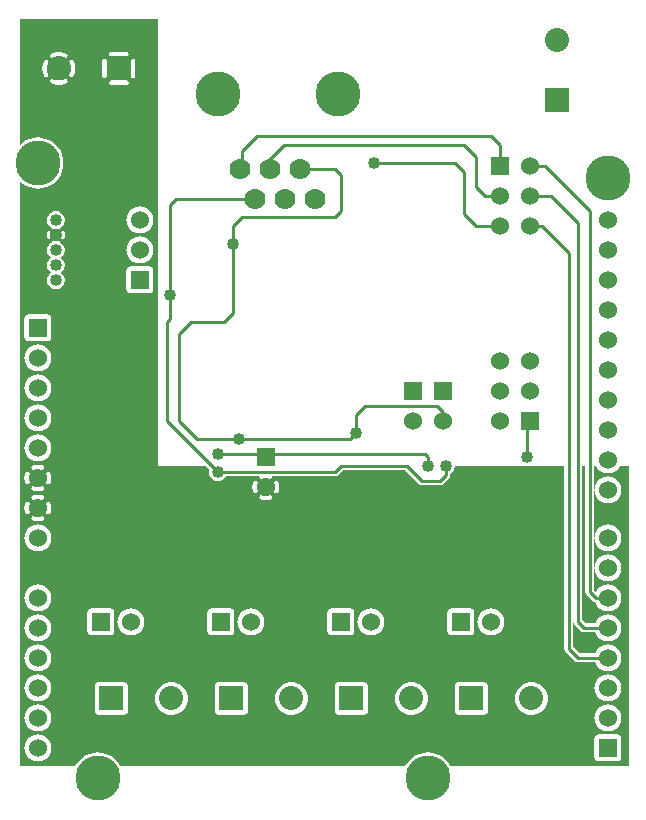
<source format=gbr>
G04 start of page 3 for group 1 idx 1 *
G04 Title: (unknown), solder *
G04 Creator: pcb 20110918 *
G04 CreationDate: Sat 02 Feb 2013 09:04:15 PM GMT UTC *
G04 For: petersen *
G04 Format: Gerber/RS-274X *
G04 PCB-Dimensions: 210000 270000 *
G04 PCB-Coordinate-Origin: lower left *
%MOIN*%
%FSLAX25Y25*%
%LNBOTTOM*%
%ADD44C,0.1280*%
%ADD43C,0.0300*%
%ADD42C,0.0240*%
%ADD41C,0.0480*%
%ADD40C,0.0380*%
%ADD39C,0.1285*%
%ADD38C,0.0200*%
%ADD37C,0.0700*%
%ADD36C,0.0400*%
%ADD35C,0.0800*%
%ADD34C,0.0600*%
%ADD33C,0.1500*%
%ADD32C,0.0100*%
%ADD31C,0.0001*%
G54D31*G36*
X13613Y179175D02*X13872Y178872D01*
X14231Y178565D01*
X14338Y178500D01*
X14231Y178435D01*
X13872Y178128D01*
X13613Y177825D01*
Y179175D01*
G37*
G36*
Y184175D02*X13872Y183872D01*
X14231Y183565D01*
X14338Y183500D01*
X14231Y183435D01*
X13872Y183128D01*
X13613Y182825D01*
Y184175D01*
G37*
G36*
X50000Y86000D02*X41750D01*
Y171502D01*
X47235Y171514D01*
X47465Y171569D01*
X47683Y171659D01*
X47884Y171783D01*
X48064Y171936D01*
X48217Y172116D01*
X48341Y172317D01*
X48431Y172535D01*
X48486Y172765D01*
X48500Y173000D01*
X48486Y179235D01*
X48431Y179465D01*
X48341Y179683D01*
X48217Y179884D01*
X48064Y180064D01*
X47884Y180217D01*
X47683Y180341D01*
X47465Y180431D01*
X47235Y180486D01*
X47000Y180500D01*
X41750Y180488D01*
Y182101D01*
X41951Y181978D01*
X42605Y181707D01*
X43294Y181542D01*
X44000Y181486D01*
X44706Y181542D01*
X45395Y181707D01*
X46049Y181978D01*
X46653Y182348D01*
X47192Y182808D01*
X47652Y183347D01*
X48022Y183951D01*
X48293Y184605D01*
X48458Y185294D01*
X48500Y186000D01*
X48458Y186706D01*
X48293Y187395D01*
X48022Y188049D01*
X47652Y188653D01*
X47192Y189192D01*
X46653Y189652D01*
X46049Y190022D01*
X45395Y190293D01*
X44706Y190458D01*
X44000Y190514D01*
X43294Y190458D01*
X42605Y190293D01*
X41951Y190022D01*
X41750Y189899D01*
Y192101D01*
X41951Y191978D01*
X42605Y191707D01*
X43294Y191542D01*
X44000Y191486D01*
X44706Y191542D01*
X45395Y191707D01*
X46049Y191978D01*
X46653Y192348D01*
X47192Y192808D01*
X47652Y193347D01*
X48022Y193951D01*
X48293Y194605D01*
X48458Y195294D01*
X48500Y196000D01*
X48458Y196706D01*
X48293Y197395D01*
X48022Y198049D01*
X47652Y198653D01*
X47192Y199192D01*
X46653Y199652D01*
X46049Y200022D01*
X45395Y200293D01*
X44706Y200458D01*
X44000Y200514D01*
X43294Y200458D01*
X42605Y200293D01*
X41951Y200022D01*
X41750Y199899D01*
Y243248D01*
X41868Y243257D01*
X41982Y243285D01*
X42092Y243330D01*
X42192Y243391D01*
X42282Y243468D01*
X42359Y243558D01*
X42420Y243658D01*
X42465Y243768D01*
X42493Y243882D01*
X42500Y244000D01*
Y249000D01*
X42493Y249118D01*
X42465Y249232D01*
X42420Y249342D01*
X42359Y249442D01*
X42282Y249532D01*
X42192Y249609D01*
X42092Y249670D01*
X41982Y249715D01*
X41868Y249743D01*
X41750Y249752D01*
Y263000D01*
X50000D01*
Y86000D01*
G37*
G36*
X41750D02*X37000D01*
Y241000D01*
X39500D01*
X39618Y241007D01*
X39732Y241035D01*
X39842Y241080D01*
X39942Y241141D01*
X40032Y241218D01*
X40109Y241308D01*
X40170Y241408D01*
X40215Y241518D01*
X40243Y241632D01*
X40252Y241750D01*
X40243Y241868D01*
X40215Y241982D01*
X40170Y242092D01*
X40109Y242192D01*
X40032Y242282D01*
X39942Y242359D01*
X39842Y242420D01*
X39732Y242465D01*
X39618Y242493D01*
X39500Y242500D01*
X37000D01*
Y250500D01*
X39500D01*
X39618Y250507D01*
X39732Y250535D01*
X39842Y250580D01*
X39942Y250641D01*
X40032Y250718D01*
X40109Y250808D01*
X40170Y250908D01*
X40215Y251018D01*
X40243Y251132D01*
X40252Y251250D01*
X40243Y251368D01*
X40215Y251482D01*
X40170Y251592D01*
X40109Y251692D01*
X40032Y251782D01*
X39942Y251859D01*
X39842Y251920D01*
X39732Y251965D01*
X39618Y251993D01*
X39500Y252000D01*
X37000D01*
Y263000D01*
X41750D01*
Y249752D01*
X41632Y249743D01*
X41518Y249715D01*
X41408Y249670D01*
X41308Y249609D01*
X41218Y249532D01*
X41141Y249442D01*
X41080Y249342D01*
X41035Y249232D01*
X41007Y249118D01*
X41000Y249000D01*
Y244000D01*
X41007Y243882D01*
X41035Y243768D01*
X41080Y243658D01*
X41141Y243558D01*
X41218Y243468D01*
X41308Y243391D01*
X41408Y243330D01*
X41518Y243285D01*
X41632Y243257D01*
X41750Y243248D01*
Y199899D01*
X41347Y199652D01*
X40808Y199192D01*
X40348Y198653D01*
X39978Y198049D01*
X39707Y197395D01*
X39542Y196706D01*
X39486Y196000D01*
X39542Y195294D01*
X39707Y194605D01*
X39978Y193951D01*
X40348Y193347D01*
X40808Y192808D01*
X41347Y192348D01*
X41750Y192101D01*
Y189899D01*
X41347Y189652D01*
X40808Y189192D01*
X40348Y188653D01*
X39978Y188049D01*
X39707Y187395D01*
X39542Y186706D01*
X39486Y186000D01*
X39542Y185294D01*
X39707Y184605D01*
X39978Y183951D01*
X40348Y183347D01*
X40808Y182808D01*
X41347Y182348D01*
X41750Y182101D01*
Y180488D01*
X40765Y180486D01*
X40535Y180431D01*
X40317Y180341D01*
X40116Y180217D01*
X39936Y180064D01*
X39783Y179884D01*
X39659Y179683D01*
X39569Y179465D01*
X39514Y179235D01*
X39500Y179000D01*
X39514Y172765D01*
X39569Y172535D01*
X39659Y172317D01*
X39783Y172116D01*
X39936Y171936D01*
X40116Y171783D01*
X40317Y171659D01*
X40535Y171569D01*
X40765Y171514D01*
X41000Y171500D01*
X41750Y171502D01*
Y86000D01*
G37*
G36*
X37000D02*X32250D01*
Y243248D01*
X32368Y243257D01*
X32482Y243285D01*
X32592Y243330D01*
X32692Y243391D01*
X32782Y243468D01*
X32859Y243558D01*
X32920Y243658D01*
X32965Y243768D01*
X32993Y243882D01*
X33000Y244000D01*
Y249000D01*
X32993Y249118D01*
X32965Y249232D01*
X32920Y249342D01*
X32859Y249442D01*
X32782Y249532D01*
X32692Y249609D01*
X32592Y249670D01*
X32482Y249715D01*
X32368Y249743D01*
X32250Y249752D01*
Y263000D01*
X37000D01*
Y252000D01*
X34500D01*
X34382Y251993D01*
X34268Y251965D01*
X34158Y251920D01*
X34058Y251859D01*
X33968Y251782D01*
X33891Y251692D01*
X33830Y251592D01*
X33785Y251482D01*
X33757Y251368D01*
X33748Y251250D01*
X33757Y251132D01*
X33785Y251018D01*
X33830Y250908D01*
X33891Y250808D01*
X33968Y250718D01*
X34058Y250641D01*
X34158Y250580D01*
X34268Y250535D01*
X34382Y250507D01*
X34500Y250500D01*
X37000D01*
Y242500D01*
X34500D01*
X34382Y242493D01*
X34268Y242465D01*
X34158Y242420D01*
X34058Y242359D01*
X33968Y242282D01*
X33891Y242192D01*
X33830Y242092D01*
X33785Y241982D01*
X33757Y241868D01*
X33748Y241750D01*
X33757Y241632D01*
X33785Y241518D01*
X33830Y241408D01*
X33891Y241308D01*
X33968Y241218D01*
X34058Y241141D01*
X34158Y241080D01*
X34268Y241035D01*
X34382Y241007D01*
X34500Y241000D01*
X37000D01*
Y86000D01*
G37*
G36*
X32250D02*X21493D01*
Y243645D01*
X21578Y243681D01*
X21679Y243743D01*
X21769Y243819D01*
X21845Y243909D01*
X21905Y244011D01*
X22122Y244480D01*
X22289Y244969D01*
X22409Y245472D01*
X22482Y245984D01*
X22506Y246500D01*
X22482Y247016D01*
X22409Y247528D01*
X22289Y248031D01*
X22122Y248520D01*
X21910Y248992D01*
X21849Y249093D01*
X21772Y249184D01*
X21682Y249261D01*
X21580Y249323D01*
X21493Y249360D01*
Y263000D01*
X32250D01*
Y249752D01*
X32132Y249743D01*
X32018Y249715D01*
X31908Y249670D01*
X31808Y249609D01*
X31718Y249532D01*
X31641Y249442D01*
X31580Y249342D01*
X31535Y249232D01*
X31507Y249118D01*
X31500Y249000D01*
Y244000D01*
X31507Y243882D01*
X31535Y243768D01*
X31580Y243658D01*
X31641Y243558D01*
X31718Y243468D01*
X31808Y243391D01*
X31908Y243330D01*
X32018Y243285D01*
X32132Y243257D01*
X32250Y243248D01*
Y86000D01*
G37*
G36*
X21493D02*X18409D01*
Y174201D01*
X18435Y174231D01*
X18681Y174634D01*
X18862Y175070D01*
X18972Y175529D01*
X19000Y176000D01*
X18972Y176471D01*
X18862Y176930D01*
X18681Y177366D01*
X18435Y177769D01*
X18409Y177799D01*
Y179201D01*
X18435Y179231D01*
X18681Y179634D01*
X18862Y180070D01*
X18972Y180529D01*
X19000Y181000D01*
X18972Y181471D01*
X18862Y181930D01*
X18681Y182366D01*
X18435Y182769D01*
X18409Y182799D01*
Y184201D01*
X18435Y184231D01*
X18681Y184634D01*
X18862Y185070D01*
X18972Y185529D01*
X19000Y186000D01*
X18972Y186471D01*
X18862Y186930D01*
X18681Y187366D01*
X18435Y187769D01*
X18409Y187799D01*
Y189569D01*
X18437Y189573D01*
X18512Y189598D01*
X18582Y189634D01*
X18645Y189681D01*
X18700Y189737D01*
X18746Y189801D01*
X18780Y189872D01*
X18879Y190144D01*
X18948Y190425D01*
X18990Y190711D01*
X19003Y191000D01*
X18990Y191289D01*
X18948Y191575D01*
X18879Y191856D01*
X18783Y192129D01*
X18748Y192200D01*
X18702Y192264D01*
X18647Y192321D01*
X18583Y192368D01*
X18513Y192404D01*
X18438Y192429D01*
X18409Y192434D01*
Y194201D01*
X18435Y194231D01*
X18681Y194634D01*
X18862Y195070D01*
X18972Y195529D01*
X19000Y196000D01*
X18972Y196471D01*
X18862Y196930D01*
X18681Y197366D01*
X18435Y197769D01*
X18409Y197799D01*
Y213614D01*
X18421Y213666D01*
X18500Y215000D01*
X18421Y216334D01*
X18409Y216386D01*
Y241182D01*
X18531Y241211D01*
X19020Y241378D01*
X19492Y241590D01*
X19593Y241651D01*
X19684Y241728D01*
X19761Y241818D01*
X19823Y241920D01*
X19869Y242029D01*
X19897Y242145D01*
X19906Y242263D01*
X19897Y242381D01*
X19870Y242497D01*
X19824Y242607D01*
X19762Y242708D01*
X19686Y242798D01*
X19595Y242876D01*
X19494Y242938D01*
X19385Y242984D01*
X19269Y243011D01*
X19151Y243021D01*
X19032Y243012D01*
X18917Y242984D01*
X18808Y242937D01*
X18468Y242779D01*
X18409Y242759D01*
Y250241D01*
X18468Y250221D01*
X18810Y250067D01*
X18918Y250020D01*
X19033Y249993D01*
X19151Y249983D01*
X19268Y249993D01*
X19383Y250021D01*
X19492Y250066D01*
X19593Y250128D01*
X19682Y250205D01*
X19759Y250295D01*
X19820Y250395D01*
X19865Y250504D01*
X19893Y250619D01*
X19902Y250737D01*
X19892Y250855D01*
X19865Y250969D01*
X19819Y251078D01*
X19757Y251179D01*
X19681Y251269D01*
X19591Y251345D01*
X19489Y251405D01*
X19020Y251622D01*
X18531Y251789D01*
X18409Y251818D01*
Y263000D01*
X21493D01*
Y249360D01*
X21471Y249369D01*
X21355Y249397D01*
X21237Y249406D01*
X21119Y249397D01*
X21003Y249370D01*
X20893Y249324D01*
X20792Y249262D01*
X20702Y249186D01*
X20624Y249095D01*
X20562Y248994D01*
X20516Y248885D01*
X20489Y248769D01*
X20479Y248651D01*
X20488Y248532D01*
X20516Y248417D01*
X20563Y248308D01*
X20721Y247968D01*
X20842Y247612D01*
X20930Y247247D01*
X20982Y246875D01*
X21000Y246500D01*
X20982Y246125D01*
X20930Y245753D01*
X20842Y245388D01*
X20721Y245032D01*
X20567Y244690D01*
X20520Y244582D01*
X20493Y244467D01*
X20483Y244349D01*
X20493Y244232D01*
X20521Y244117D01*
X20566Y244008D01*
X20628Y243907D01*
X20705Y243818D01*
X20795Y243741D01*
X20895Y243680D01*
X21004Y243635D01*
X21119Y243607D01*
X21237Y243598D01*
X21355Y243608D01*
X21469Y243635D01*
X21493Y243645D01*
Y86000D01*
G37*
G36*
X18409Y216386D02*X18109Y217635D01*
X17597Y218871D01*
X16898Y220012D01*
X16029Y221029D01*
X15012Y221898D01*
X13871Y222597D01*
X13613Y222704D01*
Y263000D01*
X18409D01*
Y251818D01*
X18028Y251909D01*
X17516Y251982D01*
X17000Y252006D01*
X16484Y251982D01*
X15972Y251909D01*
X15469Y251789D01*
X14980Y251622D01*
X14508Y251410D01*
X14407Y251349D01*
X14316Y251272D01*
X14239Y251182D01*
X14177Y251080D01*
X14131Y250971D01*
X14103Y250855D01*
X14094Y250737D01*
X14103Y250619D01*
X14130Y250503D01*
X14176Y250393D01*
X14238Y250292D01*
X14314Y250202D01*
X14405Y250124D01*
X14506Y250062D01*
X14615Y250016D01*
X14731Y249989D01*
X14849Y249979D01*
X14968Y249988D01*
X15083Y250016D01*
X15192Y250063D01*
X15532Y250221D01*
X15888Y250342D01*
X16253Y250430D01*
X16625Y250482D01*
X17000Y250500D01*
X17375Y250482D01*
X17747Y250430D01*
X18112Y250342D01*
X18409Y250241D01*
Y242759D01*
X18112Y242658D01*
X17747Y242570D01*
X17375Y242518D01*
X17000Y242500D01*
X16625Y242518D01*
X16253Y242570D01*
X15888Y242658D01*
X15532Y242779D01*
X15190Y242933D01*
X15082Y242980D01*
X14967Y243007D01*
X14849Y243017D01*
X14732Y243007D01*
X14617Y242979D01*
X14508Y242934D01*
X14407Y242872D01*
X14318Y242795D01*
X14241Y242705D01*
X14180Y242605D01*
X14135Y242496D01*
X14107Y242381D01*
X14098Y242263D01*
X14108Y242145D01*
X14135Y242031D01*
X14181Y241922D01*
X14243Y241821D01*
X14319Y241731D01*
X14409Y241655D01*
X14511Y241595D01*
X14980Y241378D01*
X15469Y241211D01*
X15972Y241091D01*
X16484Y241018D01*
X17000Y240994D01*
X17516Y241018D01*
X18028Y241091D01*
X18409Y241182D01*
Y216386D01*
G37*
G36*
Y197799D02*X18128Y198128D01*
X17769Y198435D01*
X17366Y198681D01*
X16930Y198862D01*
X16471Y198972D01*
X16000Y199009D01*
X15529Y198972D01*
X15070Y198862D01*
X14634Y198681D01*
X14231Y198435D01*
X13872Y198128D01*
X13613Y197825D01*
Y207296D01*
X13871Y207403D01*
X15012Y208102D01*
X16029Y208971D01*
X16898Y209988D01*
X17597Y211129D01*
X18109Y212365D01*
X18409Y213614D01*
Y197799D01*
G37*
G36*
Y187799D02*X18128Y188128D01*
X17769Y188435D01*
X17441Y188635D01*
X17442Y188640D01*
X17442Y188719D01*
X17431Y188797D01*
X17407Y188873D01*
X17371Y188944D01*
X17325Y189008D01*
X17270Y189064D01*
X17206Y189111D01*
X17136Y189147D01*
X17061Y189172D01*
X16983Y189185D01*
X16904Y189186D01*
X16826Y189174D01*
X16751Y189149D01*
X16570Y189083D01*
X16383Y189037D01*
X16192Y189009D01*
X16073Y189004D01*
X16000Y189009D01*
X15927Y189004D01*
X15808Y189009D01*
X15617Y189037D01*
X15430Y189083D01*
X15248Y189147D01*
X15174Y189172D01*
X15096Y189184D01*
X15017Y189183D01*
X14940Y189170D01*
X14865Y189145D01*
X14795Y189109D01*
X14732Y189062D01*
X14676Y189006D01*
X14631Y188942D01*
X14595Y188872D01*
X14572Y188797D01*
X14560Y188719D01*
X14560Y188640D01*
X14561Y188637D01*
X14231Y188435D01*
X13872Y188128D01*
X13613Y187825D01*
Y189563D01*
X13640Y189558D01*
X13719Y189558D01*
X13797Y189569D01*
X13873Y189593D01*
X13944Y189629D01*
X14008Y189675D01*
X14064Y189730D01*
X14111Y189794D01*
X14147Y189864D01*
X14172Y189939D01*
X14185Y190017D01*
X14186Y190096D01*
X14174Y190174D01*
X14149Y190249D01*
X14083Y190430D01*
X14037Y190617D01*
X14009Y190808D01*
X14000Y191000D01*
X14009Y191192D01*
X14037Y191383D01*
X14083Y191570D01*
X14147Y191752D01*
X14172Y191826D01*
X14184Y191904D01*
X14183Y191983D01*
X14170Y192060D01*
X14145Y192135D01*
X14109Y192205D01*
X14062Y192268D01*
X14006Y192324D01*
X13942Y192369D01*
X13872Y192405D01*
X13797Y192428D01*
X13719Y192440D01*
X13640Y192440D01*
X13613Y192435D01*
Y194175D01*
X13872Y193872D01*
X14231Y193565D01*
X14559Y193365D01*
X14558Y193360D01*
X14558Y193281D01*
X14569Y193203D01*
X14593Y193127D01*
X14629Y193056D01*
X14675Y192992D01*
X14730Y192936D01*
X14794Y192889D01*
X14864Y192853D01*
X14939Y192828D01*
X15017Y192815D01*
X15096Y192814D01*
X15174Y192826D01*
X15249Y192851D01*
X15430Y192917D01*
X15617Y192963D01*
X15808Y192991D01*
X15927Y192996D01*
X16000Y192991D01*
X16073Y192996D01*
X16192Y192991D01*
X16383Y192963D01*
X16570Y192917D01*
X16752Y192853D01*
X16826Y192828D01*
X16904Y192816D01*
X16983Y192817D01*
X17060Y192830D01*
X17135Y192855D01*
X17205Y192891D01*
X17268Y192938D01*
X17324Y192994D01*
X17369Y193058D01*
X17405Y193128D01*
X17428Y193203D01*
X17440Y193281D01*
X17440Y193360D01*
X17439Y193363D01*
X17769Y193565D01*
X18128Y193872D01*
X18409Y194201D01*
Y192434D01*
X18360Y192442D01*
X18281Y192442D01*
X18203Y192431D01*
X18127Y192407D01*
X18056Y192371D01*
X17992Y192325D01*
X17936Y192270D01*
X17889Y192206D01*
X17853Y192136D01*
X17828Y192061D01*
X17815Y191983D01*
X17814Y191904D01*
X17826Y191826D01*
X17851Y191751D01*
X17917Y191570D01*
X17963Y191383D01*
X17991Y191192D01*
X18000Y191000D01*
X17991Y190808D01*
X17963Y190617D01*
X17917Y190430D01*
X17853Y190248D01*
X17828Y190174D01*
X17816Y190096D01*
X17817Y190017D01*
X17830Y189940D01*
X17855Y189865D01*
X17891Y189795D01*
X17938Y189732D01*
X17994Y189676D01*
X18058Y189631D01*
X18128Y189595D01*
X18203Y189572D01*
X18281Y189560D01*
X18360Y189560D01*
X18409Y189569D01*
Y187799D01*
G37*
G36*
Y182799D02*X18128Y183128D01*
X17769Y183435D01*
X17662Y183500D01*
X17769Y183565D01*
X18128Y183872D01*
X18409Y184201D01*
Y182799D01*
G37*
G36*
Y177799D02*X18128Y178128D01*
X17769Y178435D01*
X17662Y178500D01*
X17769Y178565D01*
X18128Y178872D01*
X18409Y179201D01*
Y177799D01*
G37*
G36*
Y86000D02*X13613D01*
Y87302D01*
X13652Y87347D01*
X14022Y87951D01*
X14293Y88605D01*
X14458Y89294D01*
X14500Y90000D01*
X14458Y90706D01*
X14293Y91395D01*
X14022Y92049D01*
X13652Y92653D01*
X13613Y92698D01*
Y97853D01*
X13656Y97860D01*
X13768Y97897D01*
X13873Y97952D01*
X13968Y98022D01*
X14051Y98106D01*
X14119Y98202D01*
X14170Y98308D01*
X14318Y98716D01*
X14422Y99137D01*
X14484Y99567D01*
X14505Y100000D01*
X14484Y100433D01*
X14422Y100863D01*
X14318Y101284D01*
X14175Y101694D01*
X14122Y101800D01*
X14053Y101896D01*
X13970Y101981D01*
X13875Y102051D01*
X13769Y102106D01*
X13657Y102143D01*
X13613Y102151D01*
Y107853D01*
X13656Y107860D01*
X13768Y107897D01*
X13873Y107952D01*
X13968Y108022D01*
X14051Y108106D01*
X14119Y108202D01*
X14170Y108308D01*
X14318Y108716D01*
X14422Y109137D01*
X14484Y109567D01*
X14505Y110000D01*
X14484Y110433D01*
X14422Y110863D01*
X14318Y111284D01*
X14175Y111694D01*
X14122Y111800D01*
X14053Y111896D01*
X13970Y111981D01*
X13875Y112051D01*
X13769Y112106D01*
X13657Y112143D01*
X13613Y112151D01*
Y117302D01*
X13652Y117347D01*
X14022Y117951D01*
X14293Y118605D01*
X14458Y119294D01*
X14500Y120000D01*
X14458Y120706D01*
X14293Y121395D01*
X14022Y122049D01*
X13652Y122653D01*
X13613Y122698D01*
Y127302D01*
X13652Y127347D01*
X14022Y127951D01*
X14293Y128605D01*
X14458Y129294D01*
X14500Y130000D01*
X14458Y130706D01*
X14293Y131395D01*
X14022Y132049D01*
X13652Y132653D01*
X13613Y132698D01*
Y137302D01*
X13652Y137347D01*
X14022Y137951D01*
X14293Y138605D01*
X14458Y139294D01*
X14500Y140000D01*
X14458Y140706D01*
X14293Y141395D01*
X14022Y142049D01*
X13652Y142653D01*
X13613Y142698D01*
Y147302D01*
X13652Y147347D01*
X14022Y147951D01*
X14293Y148605D01*
X14458Y149294D01*
X14500Y150000D01*
X14458Y150706D01*
X14293Y151395D01*
X14022Y152049D01*
X13652Y152653D01*
X13613Y152698D01*
Y155630D01*
X13683Y155659D01*
X13884Y155783D01*
X14064Y155936D01*
X14217Y156116D01*
X14341Y156317D01*
X14431Y156535D01*
X14486Y156765D01*
X14500Y157000D01*
X14486Y163235D01*
X14431Y163465D01*
X14341Y163683D01*
X14217Y163884D01*
X14064Y164064D01*
X13884Y164217D01*
X13683Y164341D01*
X13613Y164370D01*
Y174175D01*
X13872Y173872D01*
X14231Y173565D01*
X14634Y173319D01*
X15070Y173138D01*
X15529Y173028D01*
X16000Y172991D01*
X16471Y173028D01*
X16930Y173138D01*
X17366Y173319D01*
X17769Y173565D01*
X18128Y173872D01*
X18409Y174201D01*
Y86000D01*
G37*
G36*
X13613Y222704D02*X12635Y223109D01*
X12507Y223139D01*
Y243640D01*
X12529Y243631D01*
X12645Y243603D01*
X12763Y243594D01*
X12881Y243603D01*
X12997Y243630D01*
X13107Y243676D01*
X13208Y243738D01*
X13298Y243814D01*
X13376Y243905D01*
X13438Y244006D01*
X13484Y244115D01*
X13511Y244231D01*
X13521Y244349D01*
X13512Y244468D01*
X13484Y244583D01*
X13437Y244692D01*
X13279Y245032D01*
X13158Y245388D01*
X13070Y245753D01*
X13018Y246125D01*
X13000Y246500D01*
X13018Y246875D01*
X13070Y247247D01*
X13158Y247612D01*
X13279Y247968D01*
X13433Y248310D01*
X13480Y248418D01*
X13507Y248533D01*
X13517Y248651D01*
X13507Y248768D01*
X13479Y248883D01*
X13434Y248992D01*
X13372Y249093D01*
X13295Y249182D01*
X13205Y249259D01*
X13105Y249320D01*
X12996Y249365D01*
X12881Y249393D01*
X12763Y249402D01*
X12645Y249392D01*
X12531Y249365D01*
X12507Y249355D01*
Y263000D01*
X13613D01*
Y222704D01*
G37*
G36*
X12507Y223139D02*X11334Y223421D01*
X10002Y223526D01*
Y263000D01*
X12507D01*
Y249355D01*
X12422Y249319D01*
X12321Y249257D01*
X12231Y249181D01*
X12155Y249091D01*
X12095Y248989D01*
X11878Y248520D01*
X11711Y248031D01*
X11591Y247528D01*
X11518Y247016D01*
X11494Y246500D01*
X11518Y245984D01*
X11591Y245472D01*
X11711Y244969D01*
X11878Y244480D01*
X12090Y244008D01*
X12151Y243907D01*
X12228Y243816D01*
X12318Y243739D01*
X12420Y243677D01*
X12507Y243640D01*
Y223139D01*
G37*
G36*
X13613Y164370D02*X13465Y164431D01*
X13235Y164486D01*
X13000Y164500D01*
X10002Y164493D01*
Y206474D01*
X11334Y206579D01*
X12635Y206891D01*
X13613Y207296D01*
Y197825D01*
X13565Y197769D01*
X13319Y197366D01*
X13138Y196930D01*
X13028Y196471D01*
X12991Y196000D01*
X13028Y195529D01*
X13138Y195070D01*
X13319Y194634D01*
X13565Y194231D01*
X13613Y194175D01*
Y192435D01*
X13563Y192427D01*
X13488Y192402D01*
X13418Y192366D01*
X13355Y192319D01*
X13300Y192263D01*
X13254Y192199D01*
X13220Y192128D01*
X13121Y191856D01*
X13052Y191575D01*
X13010Y191289D01*
X12997Y191000D01*
X13010Y190711D01*
X13052Y190425D01*
X13121Y190144D01*
X13217Y189871D01*
X13252Y189800D01*
X13298Y189736D01*
X13353Y189679D01*
X13417Y189632D01*
X13487Y189596D01*
X13562Y189571D01*
X13613Y189563D01*
Y187825D01*
X13565Y187769D01*
X13319Y187366D01*
X13138Y186930D01*
X13028Y186471D01*
X12991Y186000D01*
X13028Y185529D01*
X13138Y185070D01*
X13319Y184634D01*
X13565Y184231D01*
X13613Y184175D01*
Y182825D01*
X13565Y182769D01*
X13319Y182366D01*
X13138Y181930D01*
X13028Y181471D01*
X12991Y181000D01*
X13028Y180529D01*
X13138Y180070D01*
X13319Y179634D01*
X13565Y179231D01*
X13613Y179175D01*
Y177825D01*
X13565Y177769D01*
X13319Y177366D01*
X13138Y176930D01*
X13028Y176471D01*
X12991Y176000D01*
X13028Y175529D01*
X13138Y175070D01*
X13319Y174634D01*
X13565Y174231D01*
X13613Y174175D01*
Y164370D01*
G37*
G36*
Y152698D02*X13192Y153192D01*
X12653Y153652D01*
X12049Y154022D01*
X11395Y154293D01*
X10706Y154458D01*
X10002Y154514D01*
Y155507D01*
X13235Y155514D01*
X13465Y155569D01*
X13613Y155630D01*
Y152698D01*
G37*
G36*
Y142698D02*X13192Y143192D01*
X12653Y143652D01*
X12049Y144022D01*
X11395Y144293D01*
X10706Y144458D01*
X10002Y144514D01*
Y145486D01*
X10706Y145542D01*
X11395Y145707D01*
X12049Y145978D01*
X12653Y146348D01*
X13192Y146808D01*
X13613Y147302D01*
Y142698D01*
G37*
G36*
Y132698D02*X13192Y133192D01*
X12653Y133652D01*
X12049Y134022D01*
X11395Y134293D01*
X10706Y134458D01*
X10002Y134514D01*
Y135486D01*
X10706Y135542D01*
X11395Y135707D01*
X12049Y135978D01*
X12653Y136348D01*
X13192Y136808D01*
X13613Y137302D01*
Y132698D01*
G37*
G36*
Y122698D02*X13192Y123192D01*
X12653Y123652D01*
X12049Y124022D01*
X11395Y124293D01*
X10706Y124458D01*
X10002Y124514D01*
Y125486D01*
X10706Y125542D01*
X11395Y125707D01*
X12049Y125978D01*
X12653Y126348D01*
X13192Y126808D01*
X13613Y127302D01*
Y122698D01*
G37*
G36*
Y92698D02*X13192Y93192D01*
X12653Y93652D01*
X12049Y94022D01*
X11395Y94293D01*
X10706Y94458D01*
X10002Y94514D01*
Y95495D01*
X10433Y95516D01*
X10863Y95578D01*
X11284Y95682D01*
X11694Y95825D01*
X11800Y95878D01*
X11896Y95947D01*
X11981Y96030D01*
X12051Y96125D01*
X12106Y96231D01*
X12143Y96343D01*
X12163Y96460D01*
X12164Y96579D01*
X12146Y96696D01*
X12110Y96809D01*
X12057Y96915D01*
X11988Y97012D01*
X11905Y97096D01*
X11809Y97167D01*
X11704Y97221D01*
X11592Y97259D01*
X11475Y97278D01*
X11356Y97279D01*
X11239Y97261D01*
X11126Y97223D01*
X10855Y97124D01*
X10575Y97056D01*
X10289Y97014D01*
X10002Y97000D01*
Y103000D01*
X10289Y102986D01*
X10575Y102944D01*
X10855Y102876D01*
X11128Y102780D01*
X11239Y102742D01*
X11356Y102725D01*
X11474Y102725D01*
X11591Y102745D01*
X11703Y102782D01*
X11807Y102836D01*
X11902Y102906D01*
X11985Y102991D01*
X12054Y103087D01*
X12107Y103192D01*
X12143Y103305D01*
X12160Y103421D01*
X12159Y103539D01*
X12140Y103656D01*
X12103Y103768D01*
X12048Y103873D01*
X11978Y103968D01*
X11894Y104051D01*
X11798Y104119D01*
X11692Y104170D01*
X11284Y104318D01*
X10863Y104422D01*
X10433Y104484D01*
X10002Y104505D01*
Y105495D01*
X10433Y105516D01*
X10863Y105578D01*
X11284Y105682D01*
X11694Y105825D01*
X11800Y105878D01*
X11896Y105947D01*
X11981Y106030D01*
X12051Y106125D01*
X12106Y106231D01*
X12143Y106343D01*
X12163Y106460D01*
X12164Y106579D01*
X12146Y106696D01*
X12110Y106809D01*
X12057Y106915D01*
X11988Y107012D01*
X11905Y107096D01*
X11809Y107167D01*
X11704Y107221D01*
X11592Y107259D01*
X11475Y107278D01*
X11356Y107279D01*
X11239Y107261D01*
X11126Y107223D01*
X10855Y107124D01*
X10575Y107056D01*
X10289Y107014D01*
X10002Y107000D01*
Y113000D01*
X10289Y112986D01*
X10575Y112944D01*
X10855Y112876D01*
X11128Y112780D01*
X11239Y112742D01*
X11356Y112725D01*
X11474Y112725D01*
X11591Y112745D01*
X11703Y112782D01*
X11807Y112836D01*
X11902Y112906D01*
X11985Y112991D01*
X12054Y113087D01*
X12107Y113192D01*
X12143Y113305D01*
X12160Y113421D01*
X12159Y113539D01*
X12140Y113656D01*
X12103Y113768D01*
X12048Y113873D01*
X11978Y113968D01*
X11894Y114051D01*
X11798Y114119D01*
X11692Y114170D01*
X11284Y114318D01*
X10863Y114422D01*
X10433Y114484D01*
X10002Y114505D01*
Y115486D01*
X10706Y115542D01*
X11395Y115707D01*
X12049Y115978D01*
X12653Y116348D01*
X13192Y116808D01*
X13613Y117302D01*
Y112151D01*
X13540Y112163D01*
X13421Y112164D01*
X13304Y112146D01*
X13191Y112110D01*
X13085Y112057D01*
X12988Y111988D01*
X12904Y111905D01*
X12833Y111809D01*
X12779Y111704D01*
X12741Y111592D01*
X12722Y111475D01*
X12721Y111356D01*
X12739Y111239D01*
X12777Y111126D01*
X12876Y110855D01*
X12944Y110575D01*
X12986Y110289D01*
X13000Y110000D01*
X12986Y109711D01*
X12944Y109425D01*
X12876Y109145D01*
X12780Y108872D01*
X12742Y108761D01*
X12725Y108644D01*
X12725Y108526D01*
X12745Y108409D01*
X12782Y108297D01*
X12836Y108193D01*
X12906Y108098D01*
X12991Y108015D01*
X13087Y107946D01*
X13192Y107893D01*
X13305Y107857D01*
X13421Y107840D01*
X13539Y107841D01*
X13613Y107853D01*
Y102151D01*
X13540Y102163D01*
X13421Y102164D01*
X13304Y102146D01*
X13191Y102110D01*
X13085Y102057D01*
X12988Y101988D01*
X12904Y101905D01*
X12833Y101809D01*
X12779Y101704D01*
X12741Y101592D01*
X12722Y101475D01*
X12721Y101356D01*
X12739Y101239D01*
X12777Y101126D01*
X12876Y100855D01*
X12944Y100575D01*
X12986Y100289D01*
X13000Y100000D01*
X12986Y99711D01*
X12944Y99425D01*
X12876Y99145D01*
X12780Y98872D01*
X12742Y98761D01*
X12725Y98644D01*
X12725Y98526D01*
X12745Y98409D01*
X12782Y98297D01*
X12836Y98193D01*
X12906Y98098D01*
X12991Y98015D01*
X13087Y97946D01*
X13192Y97893D01*
X13305Y97857D01*
X13421Y97840D01*
X13539Y97841D01*
X13613Y97853D01*
Y92698D01*
G37*
G36*
Y86000D02*X12085D01*
X12653Y86348D01*
X13192Y86808D01*
X13613Y87302D01*
Y86000D01*
G37*
G36*
X10002Y223526D02*X10000Y223526D01*
X8666Y223421D01*
X7365Y223109D01*
X6129Y222597D01*
X4988Y221898D01*
X4000Y221054D01*
Y263000D01*
X10002D01*
Y223526D01*
G37*
G36*
X6387Y127302D02*X6808Y126808D01*
X7347Y126348D01*
X7951Y125978D01*
X8605Y125707D01*
X9294Y125542D01*
X10000Y125486D01*
X10002Y125486D01*
Y124514D01*
X10000Y124514D01*
X9294Y124458D01*
X8605Y124293D01*
X7951Y124022D01*
X7347Y123652D01*
X6808Y123192D01*
X6387Y122698D01*
Y127302D01*
G37*
G36*
Y137302D02*X6808Y136808D01*
X7347Y136348D01*
X7951Y135978D01*
X8605Y135707D01*
X9294Y135542D01*
X10000Y135486D01*
X10002Y135486D01*
Y134514D01*
X10000Y134514D01*
X9294Y134458D01*
X8605Y134293D01*
X7951Y134022D01*
X7347Y133652D01*
X6808Y133192D01*
X6387Y132698D01*
Y137302D01*
G37*
G36*
Y147302D02*X6808Y146808D01*
X7347Y146348D01*
X7951Y145978D01*
X8605Y145707D01*
X9294Y145542D01*
X10000Y145486D01*
X10002Y145486D01*
Y144514D01*
X10000Y144514D01*
X9294Y144458D01*
X8605Y144293D01*
X7951Y144022D01*
X7347Y143652D01*
X6808Y143192D01*
X6387Y142698D01*
Y147302D01*
G37*
G36*
Y155630D02*X6535Y155569D01*
X6765Y155514D01*
X7000Y155500D01*
X10002Y155507D01*
Y154514D01*
X10000Y154514D01*
X9294Y154458D01*
X8605Y154293D01*
X7951Y154022D01*
X7347Y153652D01*
X6808Y153192D01*
X6387Y152698D01*
Y155630D01*
G37*
G36*
Y207296D02*X7365Y206891D01*
X8666Y206579D01*
X10000Y206474D01*
X10002Y206474D01*
Y164493D01*
X6765Y164486D01*
X6535Y164431D01*
X6387Y164370D01*
Y207296D01*
G37*
G36*
Y87302D02*X6808Y86808D01*
X7347Y86348D01*
X7915Y86000D01*
X6387D01*
Y87302D01*
G37*
G36*
X10002Y94514D02*X10000Y94514D01*
X9294Y94458D01*
X8605Y94293D01*
X7951Y94022D01*
X7347Y93652D01*
X6808Y93192D01*
X6387Y92698D01*
Y97849D01*
X6460Y97837D01*
X6579Y97836D01*
X6696Y97854D01*
X6809Y97890D01*
X6915Y97943D01*
X7012Y98012D01*
X7096Y98095D01*
X7167Y98191D01*
X7221Y98296D01*
X7259Y98408D01*
X7278Y98525D01*
X7279Y98644D01*
X7261Y98761D01*
X7223Y98874D01*
X7124Y99145D01*
X7056Y99425D01*
X7014Y99711D01*
X7000Y100000D01*
X7014Y100289D01*
X7056Y100575D01*
X7124Y100855D01*
X7220Y101128D01*
X7258Y101239D01*
X7275Y101356D01*
X7275Y101474D01*
X7255Y101591D01*
X7218Y101703D01*
X7164Y101807D01*
X7094Y101902D01*
X7009Y101985D01*
X6913Y102054D01*
X6808Y102107D01*
X6695Y102143D01*
X6579Y102160D01*
X6461Y102159D01*
X6387Y102147D01*
Y107849D01*
X6460Y107837D01*
X6579Y107836D01*
X6696Y107854D01*
X6809Y107890D01*
X6915Y107943D01*
X7012Y108012D01*
X7096Y108095D01*
X7167Y108191D01*
X7221Y108296D01*
X7259Y108408D01*
X7278Y108525D01*
X7279Y108644D01*
X7261Y108761D01*
X7223Y108874D01*
X7124Y109145D01*
X7056Y109425D01*
X7014Y109711D01*
X7000Y110000D01*
X7014Y110289D01*
X7056Y110575D01*
X7124Y110855D01*
X7220Y111128D01*
X7258Y111239D01*
X7275Y111356D01*
X7275Y111474D01*
X7255Y111591D01*
X7218Y111703D01*
X7164Y111807D01*
X7094Y111902D01*
X7009Y111985D01*
X6913Y112054D01*
X6808Y112107D01*
X6695Y112143D01*
X6579Y112160D01*
X6461Y112159D01*
X6387Y112147D01*
Y117302D01*
X6808Y116808D01*
X7347Y116348D01*
X7951Y115978D01*
X8605Y115707D01*
X9294Y115542D01*
X10000Y115486D01*
X10002Y115486D01*
Y114505D01*
X10000Y114505D01*
X9567Y114484D01*
X9137Y114422D01*
X8716Y114318D01*
X8306Y114175D01*
X8200Y114122D01*
X8104Y114053D01*
X8019Y113970D01*
X7949Y113875D01*
X7894Y113769D01*
X7857Y113657D01*
X7837Y113540D01*
X7836Y113421D01*
X7854Y113304D01*
X7890Y113191D01*
X7943Y113085D01*
X8012Y112988D01*
X8095Y112904D01*
X8191Y112833D01*
X8296Y112779D01*
X8408Y112741D01*
X8525Y112722D01*
X8644Y112721D01*
X8761Y112739D01*
X8874Y112777D01*
X9145Y112876D01*
X9425Y112944D01*
X9711Y112986D01*
X10000Y113000D01*
X10002Y113000D01*
Y107000D01*
X10000Y107000D01*
X9711Y107014D01*
X9425Y107056D01*
X9145Y107124D01*
X8872Y107220D01*
X8761Y107258D01*
X8644Y107275D01*
X8526Y107275D01*
X8409Y107255D01*
X8297Y107218D01*
X8193Y107164D01*
X8098Y107094D01*
X8015Y107009D01*
X7946Y106913D01*
X7893Y106808D01*
X7857Y106695D01*
X7840Y106579D01*
X7841Y106461D01*
X7860Y106344D01*
X7897Y106232D01*
X7952Y106127D01*
X8022Y106032D01*
X8106Y105949D01*
X8202Y105881D01*
X8308Y105830D01*
X8716Y105682D01*
X9137Y105578D01*
X9567Y105516D01*
X10000Y105495D01*
X10002Y105495D01*
Y104505D01*
X10000Y104505D01*
X9567Y104484D01*
X9137Y104422D01*
X8716Y104318D01*
X8306Y104175D01*
X8200Y104122D01*
X8104Y104053D01*
X8019Y103970D01*
X7949Y103875D01*
X7894Y103769D01*
X7857Y103657D01*
X7837Y103540D01*
X7836Y103421D01*
X7854Y103304D01*
X7890Y103191D01*
X7943Y103085D01*
X8012Y102988D01*
X8095Y102904D01*
X8191Y102833D01*
X8296Y102779D01*
X8408Y102741D01*
X8525Y102722D01*
X8644Y102721D01*
X8761Y102739D01*
X8874Y102777D01*
X9145Y102876D01*
X9425Y102944D01*
X9711Y102986D01*
X10000Y103000D01*
X10002Y103000D01*
Y97000D01*
X10000Y97000D01*
X9711Y97014D01*
X9425Y97056D01*
X9145Y97124D01*
X8872Y97220D01*
X8761Y97258D01*
X8644Y97275D01*
X8526Y97275D01*
X8409Y97255D01*
X8297Y97218D01*
X8193Y97164D01*
X8098Y97094D01*
X8015Y97009D01*
X7946Y96913D01*
X7893Y96808D01*
X7857Y96695D01*
X7840Y96579D01*
X7841Y96461D01*
X7860Y96344D01*
X7897Y96232D01*
X7952Y96127D01*
X8022Y96032D01*
X8106Y95949D01*
X8202Y95881D01*
X8308Y95830D01*
X8716Y95682D01*
X9137Y95578D01*
X9567Y95516D01*
X10000Y95495D01*
X10002Y95495D01*
Y94514D01*
G37*
G36*
X6387Y92698D02*X6348Y92653D01*
X5978Y92049D01*
X5707Y91395D01*
X5542Y90706D01*
X5486Y90000D01*
X5542Y89294D01*
X5707Y88605D01*
X5978Y87951D01*
X6348Y87347D01*
X6387Y87302D01*
Y86000D01*
X4000D01*
Y208946D01*
X4988Y208102D01*
X6129Y207403D01*
X6387Y207296D01*
Y164370D01*
X6317Y164341D01*
X6116Y164217D01*
X5936Y164064D01*
X5783Y163884D01*
X5659Y163683D01*
X5569Y163465D01*
X5514Y163235D01*
X5500Y163000D01*
X5514Y156765D01*
X5569Y156535D01*
X5659Y156317D01*
X5783Y156116D01*
X5936Y155936D01*
X6116Y155783D01*
X6317Y155659D01*
X6387Y155630D01*
Y152698D01*
X6348Y152653D01*
X5978Y152049D01*
X5707Y151395D01*
X5542Y150706D01*
X5486Y150000D01*
X5542Y149294D01*
X5707Y148605D01*
X5978Y147951D01*
X6348Y147347D01*
X6387Y147302D01*
Y142698D01*
X6348Y142653D01*
X5978Y142049D01*
X5707Y141395D01*
X5542Y140706D01*
X5486Y140000D01*
X5542Y139294D01*
X5707Y138605D01*
X5978Y137951D01*
X6348Y137347D01*
X6387Y137302D01*
Y132698D01*
X6348Y132653D01*
X5978Y132049D01*
X5707Y131395D01*
X5542Y130706D01*
X5486Y130000D01*
X5542Y129294D01*
X5707Y128605D01*
X5978Y127951D01*
X6348Y127347D01*
X6387Y127302D01*
Y122698D01*
X6348Y122653D01*
X5978Y122049D01*
X5707Y121395D01*
X5542Y120706D01*
X5486Y120000D01*
X5542Y119294D01*
X5707Y118605D01*
X5978Y117951D01*
X6348Y117347D01*
X6387Y117302D01*
Y112147D01*
X6344Y112140D01*
X6232Y112103D01*
X6127Y112048D01*
X6032Y111978D01*
X5949Y111894D01*
X5881Y111798D01*
X5830Y111692D01*
X5682Y111284D01*
X5578Y110863D01*
X5516Y110433D01*
X5495Y110000D01*
X5516Y109567D01*
X5578Y109137D01*
X5682Y108716D01*
X5825Y108306D01*
X5878Y108200D01*
X5947Y108104D01*
X6030Y108019D01*
X6125Y107949D01*
X6231Y107894D01*
X6343Y107857D01*
X6387Y107849D01*
Y102147D01*
X6344Y102140D01*
X6232Y102103D01*
X6127Y102048D01*
X6032Y101978D01*
X5949Y101894D01*
X5881Y101798D01*
X5830Y101692D01*
X5682Y101284D01*
X5578Y100863D01*
X5516Y100433D01*
X5495Y100000D01*
X5516Y99567D01*
X5578Y99137D01*
X5682Y98716D01*
X5825Y98306D01*
X5878Y98200D01*
X5947Y98104D01*
X6030Y98019D01*
X6125Y97949D01*
X6231Y97894D01*
X6343Y97857D01*
X6387Y97849D01*
Y92698D01*
G37*
G36*
X200000Y45486D02*X200706Y45542D01*
X201395Y45707D01*
X202049Y45978D01*
X202653Y46348D01*
X203192Y46808D01*
X203652Y47347D01*
X204022Y47951D01*
X204293Y48605D01*
X204458Y49294D01*
X204500Y50000D01*
X204458Y50706D01*
X204293Y51395D01*
X204022Y52049D01*
X203652Y52653D01*
X203192Y53192D01*
X202653Y53652D01*
X202049Y54022D01*
X201395Y54293D01*
X200706Y54458D01*
X200000Y54514D01*
Y55486D01*
X200706Y55542D01*
X201395Y55707D01*
X202049Y55978D01*
X202653Y56348D01*
X203192Y56808D01*
X203652Y57347D01*
X204022Y57951D01*
X204293Y58605D01*
X204458Y59294D01*
X204500Y60000D01*
X204458Y60706D01*
X204293Y61395D01*
X204022Y62049D01*
X203652Y62653D01*
X203192Y63192D01*
X202653Y63652D01*
X202049Y64022D01*
X201395Y64293D01*
X200706Y64458D01*
X200000Y64514D01*
Y65486D01*
X200706Y65542D01*
X201395Y65707D01*
X202049Y65978D01*
X202653Y66348D01*
X203192Y66808D01*
X203652Y67347D01*
X204022Y67951D01*
X204293Y68605D01*
X204458Y69294D01*
X204500Y70000D01*
X204458Y70706D01*
X204293Y71395D01*
X204022Y72049D01*
X203652Y72653D01*
X203192Y73192D01*
X202653Y73652D01*
X202049Y74022D01*
X201395Y74293D01*
X200706Y74458D01*
X200000Y74514D01*
Y75486D01*
X200706Y75542D01*
X201395Y75707D01*
X202049Y75978D01*
X202653Y76348D01*
X203192Y76808D01*
X203652Y77347D01*
X204022Y77951D01*
X204293Y78605D01*
X204458Y79294D01*
X204500Y80000D01*
X204458Y80706D01*
X204293Y81395D01*
X204022Y82049D01*
X203652Y82653D01*
X203192Y83192D01*
X202653Y83652D01*
X202049Y84022D01*
X201395Y84293D01*
X200706Y84458D01*
X200000Y84514D01*
Y85486D01*
X200706Y85542D01*
X201395Y85707D01*
X202049Y85978D01*
X202653Y86348D01*
X203192Y86808D01*
X203652Y87347D01*
X204022Y87951D01*
X204293Y88605D01*
X204458Y89294D01*
X204500Y90000D01*
X204458Y90706D01*
X204293Y91395D01*
X204022Y92049D01*
X203652Y92653D01*
X203192Y93192D01*
X202653Y93652D01*
X202049Y94022D01*
X201395Y94293D01*
X200706Y94458D01*
X200000Y94514D01*
Y101486D01*
X200706Y101542D01*
X201395Y101707D01*
X202049Y101978D01*
X202653Y102348D01*
X203192Y102808D01*
X203652Y103347D01*
X204022Y103951D01*
X204293Y104605D01*
X204458Y105294D01*
X204500Y106000D01*
X204458Y106706D01*
X204293Y107395D01*
X204022Y108049D01*
X203652Y108653D01*
X203192Y109192D01*
X202653Y109652D01*
X202049Y110022D01*
X201395Y110293D01*
X200706Y110458D01*
X200000Y110514D01*
Y111486D01*
X200706Y111542D01*
X201395Y111707D01*
X202049Y111978D01*
X202653Y112348D01*
X203192Y112808D01*
X203652Y113347D01*
X204022Y113951D01*
X204042Y114000D01*
X207000D01*
Y14000D01*
X200000D01*
Y15507D01*
X203235Y15514D01*
X203465Y15569D01*
X203683Y15659D01*
X203884Y15783D01*
X204064Y15936D01*
X204217Y16116D01*
X204341Y16317D01*
X204431Y16535D01*
X204486Y16765D01*
X204500Y17000D01*
X204486Y23235D01*
X204431Y23465D01*
X204341Y23683D01*
X204217Y23884D01*
X204064Y24064D01*
X203884Y24217D01*
X203683Y24341D01*
X203465Y24431D01*
X203235Y24486D01*
X203000Y24500D01*
X200000Y24493D01*
Y25486D01*
X200706Y25542D01*
X201395Y25707D01*
X202049Y25978D01*
X202653Y26348D01*
X203192Y26808D01*
X203652Y27347D01*
X204022Y27951D01*
X204293Y28605D01*
X204458Y29294D01*
X204500Y30000D01*
X204458Y30706D01*
X204293Y31395D01*
X204022Y32049D01*
X203652Y32653D01*
X203192Y33192D01*
X202653Y33652D01*
X202049Y34022D01*
X201395Y34293D01*
X200706Y34458D01*
X200000Y34514D01*
Y35486D01*
X200706Y35542D01*
X201395Y35707D01*
X202049Y35978D01*
X202653Y36348D01*
X203192Y36808D01*
X203652Y37347D01*
X204022Y37951D01*
X204293Y38605D01*
X204458Y39294D01*
X204500Y40000D01*
X204458Y40706D01*
X204293Y41395D01*
X204022Y42049D01*
X203652Y42653D01*
X203192Y43192D01*
X202653Y43652D01*
X202049Y44022D01*
X201395Y44293D01*
X200706Y44458D01*
X200000Y44514D01*
Y45486D01*
G37*
G36*
Y110514D02*X199294Y110458D01*
X198605Y110293D01*
X197951Y110022D01*
X197347Y109652D01*
X196808Y109192D01*
X196348Y108653D01*
X195978Y108049D01*
X195707Y107395D01*
X195542Y106706D01*
X195500Y106176D01*
Y114000D01*
X195958D01*
X195978Y113951D01*
X196348Y113347D01*
X196808Y112808D01*
X197347Y112348D01*
X197951Y111978D01*
X198605Y111707D01*
X199294Y111542D01*
X200000Y111486D01*
Y110514D01*
G37*
G36*
Y94514D02*X199294Y94458D01*
X198605Y94293D01*
X197951Y94022D01*
X197347Y93652D01*
X196808Y93192D01*
X196348Y92653D01*
X195978Y92049D01*
X195707Y91395D01*
X195542Y90706D01*
X195500Y90176D01*
Y105824D01*
X195542Y105294D01*
X195707Y104605D01*
X195978Y103951D01*
X196348Y103347D01*
X196808Y102808D01*
X197347Y102348D01*
X197951Y101978D01*
X198605Y101707D01*
X199294Y101542D01*
X200000Y101486D01*
Y94514D01*
G37*
G36*
Y84514D02*X199294Y84458D01*
X198605Y84293D01*
X197951Y84022D01*
X197347Y83652D01*
X196808Y83192D01*
X196348Y82653D01*
X195978Y82049D01*
X195707Y81395D01*
X195542Y80706D01*
X195500Y80176D01*
Y89824D01*
X195542Y89294D01*
X195707Y88605D01*
X195978Y87951D01*
X196348Y87347D01*
X196808Y86808D01*
X197347Y86348D01*
X197951Y85978D01*
X198605Y85707D01*
X199294Y85542D01*
X200000Y85486D01*
Y84514D01*
G37*
G36*
Y74514D02*X199294Y74458D01*
X198605Y74293D01*
X197951Y74022D01*
X197347Y73652D01*
X196808Y73192D01*
X196348Y72653D01*
X196014Y72108D01*
X195500Y72621D01*
Y79824D01*
X195542Y79294D01*
X195707Y78605D01*
X195978Y77951D01*
X196348Y77347D01*
X196808Y76808D01*
X197347Y76348D01*
X197951Y75978D01*
X198605Y75707D01*
X199294Y75542D01*
X200000Y75486D01*
Y74514D01*
G37*
G36*
Y64514D02*X199294Y64458D01*
X198605Y64293D01*
X197951Y64022D01*
X197347Y63652D01*
X196808Y63192D01*
X196348Y62653D01*
X195978Y62049D01*
X195751Y61500D01*
X192621D01*
X191500Y62621D01*
Y114000D01*
X192500D01*
Y72059D01*
X192495Y72000D01*
X192514Y71765D01*
X192569Y71535D01*
X192659Y71317D01*
X192783Y71116D01*
X192783Y71115D01*
X192936Y70936D01*
X192981Y70898D01*
X194898Y68981D01*
X194936Y68936D01*
X195115Y68783D01*
X195116Y68783D01*
X195317Y68659D01*
X195535Y68569D01*
X195743Y68519D01*
X195978Y67951D01*
X196348Y67347D01*
X196808Y66808D01*
X197347Y66348D01*
X197951Y65978D01*
X198605Y65707D01*
X199294Y65542D01*
X200000Y65486D01*
Y64514D01*
G37*
G36*
Y54514D02*X199294Y54458D01*
X198605Y54293D01*
X197951Y54022D01*
X197347Y53652D01*
X196808Y53192D01*
X196348Y52653D01*
X195978Y52049D01*
X195751Y51500D01*
X190621D01*
X188500Y53621D01*
Y61941D01*
X188514Y61765D01*
X188569Y61535D01*
X188659Y61317D01*
X188783Y61116D01*
X188783Y61115D01*
X188936Y60936D01*
X188981Y60898D01*
X190898Y58981D01*
X190936Y58936D01*
X191116Y58783D01*
X191317Y58659D01*
X191535Y58569D01*
X191765Y58514D01*
X192000Y58495D01*
X192059Y58500D01*
X195751D01*
X195978Y57951D01*
X196348Y57347D01*
X196808Y56808D01*
X197347Y56348D01*
X197951Y55978D01*
X198605Y55707D01*
X199294Y55542D01*
X200000Y55486D01*
Y54514D01*
G37*
G36*
X174492Y114000D02*X185500D01*
Y53059D01*
X185495Y53000D01*
X185514Y52765D01*
X185569Y52535D01*
X185659Y52317D01*
X185783Y52116D01*
X185936Y51936D01*
X185981Y51898D01*
X188898Y48981D01*
X188936Y48936D01*
X189116Y48783D01*
X189317Y48659D01*
X189535Y48569D01*
X189765Y48514D01*
X190000Y48495D01*
X190059Y48500D01*
X195751D01*
X195978Y47951D01*
X196348Y47347D01*
X196808Y46808D01*
X197347Y46348D01*
X197951Y45978D01*
X198605Y45707D01*
X199294Y45542D01*
X200000Y45486D01*
Y44514D01*
X199294Y44458D01*
X198605Y44293D01*
X197951Y44022D01*
X197347Y43652D01*
X196808Y43192D01*
X196348Y42653D01*
X195978Y42049D01*
X195707Y41395D01*
X195542Y40706D01*
X195486Y40000D01*
X195542Y39294D01*
X195707Y38605D01*
X195978Y37951D01*
X196348Y37347D01*
X196808Y36808D01*
X197347Y36348D01*
X197951Y35978D01*
X198605Y35707D01*
X199294Y35542D01*
X200000Y35486D01*
Y34514D01*
X199294Y34458D01*
X198605Y34293D01*
X197951Y34022D01*
X197347Y33652D01*
X196808Y33192D01*
X196348Y32653D01*
X195978Y32049D01*
X195707Y31395D01*
X195542Y30706D01*
X195486Y30000D01*
X195542Y29294D01*
X195707Y28605D01*
X195978Y27951D01*
X196348Y27347D01*
X196808Y26808D01*
X197347Y26348D01*
X197951Y25978D01*
X198605Y25707D01*
X199294Y25542D01*
X200000Y25486D01*
Y24493D01*
X196765Y24486D01*
X196535Y24431D01*
X196317Y24341D01*
X196116Y24217D01*
X195936Y24064D01*
X195783Y23884D01*
X195659Y23683D01*
X195569Y23465D01*
X195514Y23235D01*
X195500Y23000D01*
X195514Y16765D01*
X195569Y16535D01*
X195659Y16317D01*
X195783Y16116D01*
X195936Y15936D01*
X196116Y15783D01*
X196317Y15659D01*
X196535Y15569D01*
X196765Y15514D01*
X197000Y15500D01*
X200000Y15507D01*
Y14000D01*
X174492D01*
Y30984D01*
X174500Y30983D01*
X175363Y31051D01*
X176205Y31253D01*
X177005Y31584D01*
X177743Y32037D01*
X178401Y32599D01*
X178963Y33257D01*
X179416Y33995D01*
X179747Y34795D01*
X179949Y35637D01*
X180000Y36500D01*
X179949Y37363D01*
X179747Y38205D01*
X179416Y39005D01*
X178963Y39743D01*
X178401Y40401D01*
X177743Y40963D01*
X177005Y41416D01*
X176205Y41747D01*
X175363Y41949D01*
X174500Y42017D01*
X174492Y42016D01*
Y114000D01*
G37*
G36*
X160993D02*X172882D01*
X173000Y113991D01*
X173118Y114000D01*
X174492D01*
Y42016D01*
X173637Y41949D01*
X172795Y41747D01*
X171995Y41416D01*
X171257Y40963D01*
X170599Y40401D01*
X170037Y39743D01*
X169584Y39005D01*
X169253Y38205D01*
X169051Y37363D01*
X168983Y36500D01*
X169051Y35637D01*
X169253Y34795D01*
X169584Y33995D01*
X170037Y33257D01*
X170599Y32599D01*
X171257Y32037D01*
X171995Y31584D01*
X172795Y31253D01*
X173637Y31051D01*
X174492Y30984D01*
Y14000D01*
X160993D01*
Y57487D01*
X161000Y57486D01*
X161706Y57542D01*
X162395Y57707D01*
X163049Y57978D01*
X163653Y58348D01*
X164192Y58808D01*
X164652Y59347D01*
X165022Y59951D01*
X165293Y60605D01*
X165458Y61294D01*
X165500Y62000D01*
X165458Y62706D01*
X165293Y63395D01*
X165022Y64049D01*
X164652Y64653D01*
X164192Y65192D01*
X163653Y65652D01*
X163049Y66022D01*
X162395Y66293D01*
X161706Y66458D01*
X161000Y66514D01*
X160993Y66513D01*
Y114000D01*
G37*
G36*
X154500D02*X160993D01*
Y66513D01*
X160294Y66458D01*
X159605Y66293D01*
X158951Y66022D01*
X158347Y65652D01*
X157808Y65192D01*
X157348Y64653D01*
X156978Y64049D01*
X156707Y63395D01*
X156542Y62706D01*
X156486Y62000D01*
X156542Y61294D01*
X156707Y60605D01*
X156978Y59951D01*
X157348Y59347D01*
X157808Y58808D01*
X158347Y58348D01*
X158951Y57978D01*
X159605Y57707D01*
X160294Y57542D01*
X160993Y57487D01*
Y14000D01*
X154500D01*
Y31007D01*
X158735Y31014D01*
X158965Y31069D01*
X159183Y31159D01*
X159384Y31283D01*
X159564Y31436D01*
X159717Y31616D01*
X159841Y31817D01*
X159931Y32035D01*
X159986Y32265D01*
X160000Y32500D01*
X159986Y40735D01*
X159931Y40965D01*
X159841Y41183D01*
X159717Y41384D01*
X159564Y41564D01*
X159384Y41717D01*
X159183Y41841D01*
X158965Y41931D01*
X158735Y41986D01*
X158500Y42000D01*
X154500Y41993D01*
Y57584D01*
X154683Y57659D01*
X154884Y57783D01*
X155064Y57936D01*
X155217Y58116D01*
X155341Y58317D01*
X155431Y58535D01*
X155486Y58765D01*
X155500Y59000D01*
X155486Y65235D01*
X155431Y65465D01*
X155341Y65683D01*
X155217Y65884D01*
X155064Y66064D01*
X154884Y66217D01*
X154683Y66341D01*
X154500Y66416D01*
Y114000D01*
G37*
G36*
X134492Y110387D02*X136898Y107981D01*
X136936Y107936D01*
X137116Y107783D01*
X137317Y107659D01*
X137535Y107569D01*
X137765Y107514D01*
X138000Y107495D01*
X138059Y107500D01*
X143941D01*
X144000Y107495D01*
X144235Y107514D01*
X144235Y107514D01*
X144465Y107569D01*
X144683Y107659D01*
X144884Y107783D01*
X145064Y107936D01*
X145102Y107981D01*
X147019Y109898D01*
X147064Y109936D01*
X147217Y110115D01*
X147217Y110116D01*
X147341Y110317D01*
X147431Y110535D01*
X147486Y110765D01*
X147505Y111000D01*
X147500Y111059D01*
Y111401D01*
X147769Y111565D01*
X148128Y111872D01*
X148435Y112231D01*
X148681Y112634D01*
X148862Y113070D01*
X148972Y113529D01*
X149000Y114000D01*
X154500D01*
Y66416D01*
X154465Y66431D01*
X154235Y66486D01*
X154000Y66500D01*
X147765Y66486D01*
X147535Y66431D01*
X147317Y66341D01*
X147116Y66217D01*
X146936Y66064D01*
X146783Y65884D01*
X146659Y65683D01*
X146569Y65465D01*
X146514Y65235D01*
X146500Y65000D01*
X146514Y58765D01*
X146569Y58535D01*
X146659Y58317D01*
X146783Y58116D01*
X146936Y57936D01*
X147116Y57783D01*
X147317Y57659D01*
X147535Y57569D01*
X147765Y57514D01*
X148000Y57500D01*
X154235Y57514D01*
X154465Y57569D01*
X154500Y57584D01*
Y41993D01*
X150265Y41986D01*
X150035Y41931D01*
X149817Y41841D01*
X149616Y41717D01*
X149436Y41564D01*
X149283Y41384D01*
X149159Y41183D01*
X149069Y40965D01*
X149014Y40735D01*
X149000Y40500D01*
X149014Y32265D01*
X149069Y32035D01*
X149159Y31817D01*
X149283Y31616D01*
X149436Y31436D01*
X149616Y31283D01*
X149817Y31159D01*
X150035Y31069D01*
X150265Y31014D01*
X150500Y31000D01*
X154500Y31007D01*
Y14000D01*
X147518D01*
X146898Y15012D01*
X146029Y16029D01*
X145012Y16898D01*
X143871Y17597D01*
X142635Y18109D01*
X141334Y18421D01*
X140000Y18526D01*
X138666Y18421D01*
X137365Y18109D01*
X136129Y17597D01*
X134988Y16898D01*
X134492Y16473D01*
Y30984D01*
X134500Y30983D01*
X135363Y31051D01*
X136205Y31253D01*
X137005Y31584D01*
X137743Y32037D01*
X138401Y32599D01*
X138963Y33257D01*
X139416Y33995D01*
X139747Y34795D01*
X139949Y35637D01*
X140000Y36500D01*
X139949Y37363D01*
X139747Y38205D01*
X139416Y39005D01*
X138963Y39743D01*
X138401Y40401D01*
X137743Y40963D01*
X137005Y41416D01*
X136205Y41747D01*
X135363Y41949D01*
X134500Y42017D01*
X134492Y42016D01*
Y110387D01*
G37*
G36*
X120993Y112500D02*X132379D01*
X134492Y110387D01*
Y42016D01*
X133637Y41949D01*
X132795Y41747D01*
X131995Y41416D01*
X131257Y40963D01*
X130599Y40401D01*
X130037Y39743D01*
X129584Y39005D01*
X129253Y38205D01*
X129051Y37363D01*
X128983Y36500D01*
X129051Y35637D01*
X129253Y34795D01*
X129584Y33995D01*
X130037Y33257D01*
X130599Y32599D01*
X131257Y32037D01*
X131995Y31584D01*
X132795Y31253D01*
X133637Y31051D01*
X134492Y30984D01*
Y16473D01*
X133971Y16029D01*
X133102Y15012D01*
X132482Y14000D01*
X120993D01*
Y57487D01*
X121000Y57486D01*
X121706Y57542D01*
X122395Y57707D01*
X123049Y57978D01*
X123653Y58348D01*
X124192Y58808D01*
X124652Y59347D01*
X125022Y59951D01*
X125293Y60605D01*
X125458Y61294D01*
X125500Y62000D01*
X125458Y62706D01*
X125293Y63395D01*
X125022Y64049D01*
X124652Y64653D01*
X124192Y65192D01*
X123653Y65652D01*
X123049Y66022D01*
X122395Y66293D01*
X121706Y66458D01*
X121000Y66514D01*
X120993Y66513D01*
Y112500D01*
G37*
G36*
X114500D02*X120993D01*
Y66513D01*
X120294Y66458D01*
X119605Y66293D01*
X118951Y66022D01*
X118347Y65652D01*
X117808Y65192D01*
X117348Y64653D01*
X116978Y64049D01*
X116707Y63395D01*
X116542Y62706D01*
X116486Y62000D01*
X116542Y61294D01*
X116707Y60605D01*
X116978Y59951D01*
X117348Y59347D01*
X117808Y58808D01*
X118347Y58348D01*
X118951Y57978D01*
X119605Y57707D01*
X120294Y57542D01*
X120993Y57487D01*
Y14000D01*
X114500D01*
Y31007D01*
X118735Y31014D01*
X118965Y31069D01*
X119183Y31159D01*
X119384Y31283D01*
X119564Y31436D01*
X119717Y31616D01*
X119841Y31817D01*
X119931Y32035D01*
X119986Y32265D01*
X120000Y32500D01*
X119986Y40735D01*
X119931Y40965D01*
X119841Y41183D01*
X119717Y41384D01*
X119564Y41564D01*
X119384Y41717D01*
X119183Y41841D01*
X118965Y41931D01*
X118735Y41986D01*
X118500Y42000D01*
X114500Y41993D01*
Y57584D01*
X114683Y57659D01*
X114884Y57783D01*
X115064Y57936D01*
X115217Y58116D01*
X115341Y58317D01*
X115431Y58535D01*
X115486Y58765D01*
X115500Y59000D01*
X115486Y65235D01*
X115431Y65465D01*
X115341Y65683D01*
X115217Y65884D01*
X115064Y66064D01*
X114884Y66217D01*
X114683Y66341D01*
X114500Y66416D01*
Y112500D01*
G37*
G36*
X94492Y110500D02*X108941D01*
X109000Y110495D01*
X109235Y110514D01*
X109235Y110514D01*
X109465Y110569D01*
X109683Y110659D01*
X109884Y110783D01*
X110064Y110936D01*
X110102Y110981D01*
X111621Y112500D01*
X114500D01*
Y66416D01*
X114465Y66431D01*
X114235Y66486D01*
X114000Y66500D01*
X107765Y66486D01*
X107535Y66431D01*
X107317Y66341D01*
X107116Y66217D01*
X106936Y66064D01*
X106783Y65884D01*
X106659Y65683D01*
X106569Y65465D01*
X106514Y65235D01*
X106500Y65000D01*
X106514Y58765D01*
X106569Y58535D01*
X106659Y58317D01*
X106783Y58116D01*
X106936Y57936D01*
X107116Y57783D01*
X107317Y57659D01*
X107535Y57569D01*
X107765Y57514D01*
X108000Y57500D01*
X114235Y57514D01*
X114465Y57569D01*
X114500Y57584D01*
Y41993D01*
X110265Y41986D01*
X110035Y41931D01*
X109817Y41841D01*
X109616Y41717D01*
X109436Y41564D01*
X109283Y41384D01*
X109159Y41183D01*
X109069Y40965D01*
X109014Y40735D01*
X109000Y40500D01*
X109014Y32265D01*
X109069Y32035D01*
X109159Y31817D01*
X109283Y31616D01*
X109436Y31436D01*
X109616Y31283D01*
X109817Y31159D01*
X110035Y31069D01*
X110265Y31014D01*
X110500Y31000D01*
X114500Y31007D01*
Y14000D01*
X94492D01*
Y30984D01*
X94500Y30983D01*
X95363Y31051D01*
X96205Y31253D01*
X97005Y31584D01*
X97743Y32037D01*
X98401Y32599D01*
X98963Y33257D01*
X99416Y33995D01*
X99747Y34795D01*
X99949Y35637D01*
X100000Y36500D01*
X99949Y37363D01*
X99747Y38205D01*
X99416Y39005D01*
X98963Y39743D01*
X98401Y40401D01*
X97743Y40963D01*
X97005Y41416D01*
X96205Y41747D01*
X95363Y41949D01*
X94500Y42017D01*
X94492Y42016D01*
Y110500D01*
G37*
G36*
X89613Y33948D02*X90037Y33257D01*
X90599Y32599D01*
X91257Y32037D01*
X91995Y31584D01*
X92795Y31253D01*
X93637Y31051D01*
X94492Y30984D01*
Y14000D01*
X89613D01*
Y33948D01*
G37*
G36*
Y110500D02*X94492D01*
Y42016D01*
X93637Y41949D01*
X92795Y41747D01*
X91995Y41416D01*
X91257Y40963D01*
X90599Y40401D01*
X90037Y39743D01*
X89613Y39052D01*
Y104853D01*
X89656Y104860D01*
X89768Y104897D01*
X89873Y104952D01*
X89968Y105022D01*
X90051Y105106D01*
X90119Y105202D01*
X90170Y105308D01*
X90318Y105716D01*
X90422Y106137D01*
X90484Y106567D01*
X90505Y107000D01*
X90484Y107433D01*
X90422Y107863D01*
X90318Y108284D01*
X90175Y108694D01*
X90122Y108800D01*
X90053Y108896D01*
X89970Y108981D01*
X89875Y109051D01*
X89769Y109106D01*
X89657Y109143D01*
X89613Y109151D01*
Y110500D01*
G37*
G36*
X86002Y110000D02*X86289Y109986D01*
X86575Y109944D01*
X86855Y109876D01*
X87128Y109780D01*
X87239Y109742D01*
X87356Y109725D01*
X87474Y109725D01*
X87591Y109745D01*
X87703Y109782D01*
X87807Y109836D01*
X87902Y109906D01*
X87985Y109991D01*
X88054Y110087D01*
X88107Y110192D01*
X88143Y110305D01*
X88160Y110421D01*
X88160Y110500D01*
X89613D01*
Y109151D01*
X89540Y109163D01*
X89421Y109164D01*
X89304Y109146D01*
X89191Y109110D01*
X89085Y109057D01*
X88988Y108988D01*
X88904Y108905D01*
X88833Y108809D01*
X88779Y108704D01*
X88741Y108592D01*
X88722Y108475D01*
X88721Y108356D01*
X88739Y108239D01*
X88777Y108126D01*
X88876Y107855D01*
X88944Y107575D01*
X88986Y107289D01*
X89000Y107000D01*
X88986Y106711D01*
X88944Y106425D01*
X88876Y106145D01*
X88780Y105872D01*
X88742Y105761D01*
X88725Y105644D01*
X88725Y105526D01*
X88745Y105409D01*
X88782Y105297D01*
X88836Y105193D01*
X88906Y105098D01*
X88991Y105015D01*
X89087Y104946D01*
X89192Y104893D01*
X89305Y104857D01*
X89421Y104840D01*
X89539Y104841D01*
X89613Y104853D01*
Y39052D01*
X89584Y39005D01*
X89253Y38205D01*
X89051Y37363D01*
X88983Y36500D01*
X89051Y35637D01*
X89253Y34795D01*
X89584Y33995D01*
X89613Y33948D01*
Y14000D01*
X86002D01*
Y102495D01*
X86433Y102516D01*
X86863Y102578D01*
X87284Y102682D01*
X87694Y102825D01*
X87800Y102878D01*
X87896Y102947D01*
X87981Y103030D01*
X88051Y103125D01*
X88106Y103231D01*
X88143Y103343D01*
X88163Y103460D01*
X88164Y103579D01*
X88146Y103696D01*
X88110Y103809D01*
X88057Y103915D01*
X87988Y104012D01*
X87905Y104096D01*
X87809Y104167D01*
X87704Y104221D01*
X87592Y104259D01*
X87475Y104278D01*
X87356Y104279D01*
X87239Y104261D01*
X87126Y104223D01*
X86855Y104124D01*
X86575Y104056D01*
X86289Y104014D01*
X86002Y104000D01*
Y110000D01*
G37*
G36*
X82387Y110500D02*X83837D01*
X83836Y110421D01*
X83854Y110304D01*
X83890Y110191D01*
X83943Y110085D01*
X84012Y109988D01*
X84095Y109904D01*
X84191Y109833D01*
X84296Y109779D01*
X84408Y109741D01*
X84525Y109722D01*
X84644Y109721D01*
X84761Y109739D01*
X84874Y109777D01*
X85145Y109876D01*
X85425Y109944D01*
X85711Y109986D01*
X86000Y110000D01*
X86002Y110000D01*
Y104000D01*
X86000Y104000D01*
X85711Y104014D01*
X85425Y104056D01*
X85145Y104124D01*
X84872Y104220D01*
X84761Y104258D01*
X84644Y104275D01*
X84526Y104275D01*
X84409Y104255D01*
X84297Y104218D01*
X84193Y104164D01*
X84098Y104094D01*
X84015Y104009D01*
X83946Y103913D01*
X83893Y103808D01*
X83857Y103695D01*
X83840Y103579D01*
X83841Y103461D01*
X83860Y103344D01*
X83897Y103232D01*
X83952Y103127D01*
X84022Y103032D01*
X84106Y102949D01*
X84202Y102881D01*
X84308Y102830D01*
X84716Y102682D01*
X85137Y102578D01*
X85567Y102516D01*
X86000Y102495D01*
X86002Y102495D01*
Y14000D01*
X82387D01*
Y57705D01*
X82395Y57707D01*
X83049Y57978D01*
X83653Y58348D01*
X84192Y58808D01*
X84652Y59347D01*
X85022Y59951D01*
X85293Y60605D01*
X85458Y61294D01*
X85500Y62000D01*
X85458Y62706D01*
X85293Y63395D01*
X85022Y64049D01*
X84652Y64653D01*
X84192Y65192D01*
X83653Y65652D01*
X83049Y66022D01*
X82395Y66293D01*
X82387Y66295D01*
Y104849D01*
X82460Y104837D01*
X82579Y104836D01*
X82696Y104854D01*
X82809Y104890D01*
X82915Y104943D01*
X83012Y105012D01*
X83096Y105095D01*
X83167Y105191D01*
X83221Y105296D01*
X83259Y105408D01*
X83278Y105525D01*
X83279Y105644D01*
X83261Y105761D01*
X83223Y105874D01*
X83124Y106145D01*
X83056Y106425D01*
X83014Y106711D01*
X83000Y107000D01*
X83014Y107289D01*
X83056Y107575D01*
X83124Y107855D01*
X83220Y108128D01*
X83258Y108239D01*
X83275Y108356D01*
X83275Y108474D01*
X83255Y108591D01*
X83218Y108703D01*
X83164Y108807D01*
X83094Y108902D01*
X83009Y108985D01*
X82913Y109054D01*
X82808Y109107D01*
X82695Y109143D01*
X82579Y109160D01*
X82461Y109159D01*
X82387Y109147D01*
Y110500D01*
G37*
G36*
Y14000D02*X80993D01*
Y57487D01*
X81000Y57486D01*
X81706Y57542D01*
X82387Y57705D01*
Y14000D01*
G37*
G36*
X80993Y110500D02*X82387D01*
Y109147D01*
X82344Y109140D01*
X82232Y109103D01*
X82127Y109048D01*
X82032Y108978D01*
X81949Y108894D01*
X81881Y108798D01*
X81830Y108692D01*
X81682Y108284D01*
X81578Y107863D01*
X81516Y107433D01*
X81495Y107000D01*
X81516Y106567D01*
X81578Y106137D01*
X81682Y105716D01*
X81825Y105306D01*
X81878Y105200D01*
X81947Y105104D01*
X82030Y105019D01*
X82125Y104949D01*
X82231Y104894D01*
X82343Y104857D01*
X82387Y104849D01*
Y66295D01*
X81706Y66458D01*
X81000Y66514D01*
X80993Y66513D01*
Y110500D01*
G37*
G36*
X71000Y109167D02*X71366Y109319D01*
X71769Y109565D01*
X72128Y109872D01*
X72435Y110231D01*
X72599Y110500D01*
X77000D01*
X77000Y110500D01*
X80993D01*
Y66513D01*
X80294Y66458D01*
X79605Y66293D01*
X78951Y66022D01*
X78347Y65652D01*
X77808Y65192D01*
X77348Y64653D01*
X76978Y64049D01*
X76707Y63395D01*
X76542Y62706D01*
X76486Y62000D01*
X76542Y61294D01*
X76707Y60605D01*
X76978Y59951D01*
X77348Y59347D01*
X77808Y58808D01*
X78347Y58348D01*
X78951Y57978D01*
X79605Y57707D01*
X80294Y57542D01*
X80993Y57487D01*
Y14000D01*
X71000D01*
Y31001D01*
X78735Y31014D01*
X78965Y31069D01*
X79183Y31159D01*
X79384Y31283D01*
X79564Y31436D01*
X79717Y31616D01*
X79841Y31817D01*
X79931Y32035D01*
X79986Y32265D01*
X80000Y32500D01*
X79986Y40735D01*
X79931Y40965D01*
X79841Y41183D01*
X79717Y41384D01*
X79564Y41564D01*
X79384Y41717D01*
X79183Y41841D01*
X78965Y41931D01*
X78735Y41986D01*
X78500Y42000D01*
X71000Y41987D01*
Y57507D01*
X74235Y57514D01*
X74465Y57569D01*
X74683Y57659D01*
X74884Y57783D01*
X75064Y57936D01*
X75217Y58116D01*
X75341Y58317D01*
X75431Y58535D01*
X75486Y58765D01*
X75500Y59000D01*
X75486Y65235D01*
X75431Y65465D01*
X75341Y65683D01*
X75217Y65884D01*
X75064Y66064D01*
X74884Y66217D01*
X74683Y66341D01*
X74465Y66431D01*
X74235Y66486D01*
X74000Y66500D01*
X71000Y66493D01*
Y109167D01*
G37*
G36*
X54492Y114000D02*X65879D01*
X67101Y112777D01*
X67028Y112471D01*
X66991Y112000D01*
X67028Y111529D01*
X67138Y111070D01*
X67319Y110634D01*
X67565Y110231D01*
X67872Y109872D01*
X68231Y109565D01*
X68634Y109319D01*
X69070Y109138D01*
X69529Y109028D01*
X70000Y108991D01*
X70471Y109028D01*
X70930Y109138D01*
X71000Y109167D01*
Y66493D01*
X67765Y66486D01*
X67535Y66431D01*
X67317Y66341D01*
X67116Y66217D01*
X66936Y66064D01*
X66783Y65884D01*
X66659Y65683D01*
X66569Y65465D01*
X66514Y65235D01*
X66500Y65000D01*
X66514Y58765D01*
X66569Y58535D01*
X66659Y58317D01*
X66783Y58116D01*
X66936Y57936D01*
X67116Y57783D01*
X67317Y57659D01*
X67535Y57569D01*
X67765Y57514D01*
X68000Y57500D01*
X71000Y57507D01*
Y41987D01*
X70265Y41986D01*
X70035Y41931D01*
X69817Y41841D01*
X69616Y41717D01*
X69436Y41564D01*
X69283Y41384D01*
X69159Y41183D01*
X69069Y40965D01*
X69014Y40735D01*
X69000Y40500D01*
X69014Y32265D01*
X69069Y32035D01*
X69159Y31817D01*
X69283Y31616D01*
X69436Y31436D01*
X69616Y31283D01*
X69817Y31159D01*
X70035Y31069D01*
X70265Y31014D01*
X70500Y31000D01*
X71000Y31001D01*
Y14000D01*
X54492D01*
Y30984D01*
X54500Y30983D01*
X55363Y31051D01*
X56205Y31253D01*
X57005Y31584D01*
X57743Y32037D01*
X58401Y32599D01*
X58963Y33257D01*
X59416Y33995D01*
X59747Y34795D01*
X59949Y35637D01*
X60000Y36500D01*
X59949Y37363D01*
X59747Y38205D01*
X59416Y39005D01*
X58963Y39743D01*
X58401Y40401D01*
X57743Y40963D01*
X57005Y41416D01*
X56205Y41747D01*
X55363Y41949D01*
X54500Y42017D01*
X54492Y42016D01*
Y114000D01*
G37*
G36*
X40993D02*X54492D01*
Y42016D01*
X53637Y41949D01*
X52795Y41747D01*
X51995Y41416D01*
X51257Y40963D01*
X50599Y40401D01*
X50037Y39743D01*
X49584Y39005D01*
X49253Y38205D01*
X49051Y37363D01*
X48983Y36500D01*
X49051Y35637D01*
X49253Y34795D01*
X49584Y33995D01*
X50037Y33257D01*
X50599Y32599D01*
X51257Y32037D01*
X51995Y31584D01*
X52795Y31253D01*
X53637Y31051D01*
X54492Y30984D01*
Y14000D01*
X40993D01*
Y57487D01*
X41000Y57486D01*
X41706Y57542D01*
X42395Y57707D01*
X43049Y57978D01*
X43653Y58348D01*
X44192Y58808D01*
X44652Y59347D01*
X45022Y59951D01*
X45293Y60605D01*
X45458Y61294D01*
X45500Y62000D01*
X45458Y62706D01*
X45293Y63395D01*
X45022Y64049D01*
X44652Y64653D01*
X44192Y65192D01*
X43653Y65652D01*
X43049Y66022D01*
X42395Y66293D01*
X41706Y66458D01*
X41000Y66514D01*
X40993Y66513D01*
Y114000D01*
G37*
G36*
X31000D02*X40993D01*
Y66513D01*
X40294Y66458D01*
X39605Y66293D01*
X38951Y66022D01*
X38347Y65652D01*
X37808Y65192D01*
X37348Y64653D01*
X36978Y64049D01*
X36707Y63395D01*
X36542Y62706D01*
X36486Y62000D01*
X36542Y61294D01*
X36707Y60605D01*
X36978Y59951D01*
X37348Y59347D01*
X37808Y58808D01*
X38347Y58348D01*
X38951Y57978D01*
X39605Y57707D01*
X40294Y57542D01*
X40993Y57487D01*
Y14000D01*
X37518D01*
X36898Y15012D01*
X36029Y16029D01*
X35012Y16898D01*
X33871Y17597D01*
X32635Y18109D01*
X31334Y18421D01*
X31000Y18448D01*
Y31001D01*
X38735Y31014D01*
X38965Y31069D01*
X39183Y31159D01*
X39384Y31283D01*
X39564Y31436D01*
X39717Y31616D01*
X39841Y31817D01*
X39931Y32035D01*
X39986Y32265D01*
X40000Y32500D01*
X39986Y40735D01*
X39931Y40965D01*
X39841Y41183D01*
X39717Y41384D01*
X39564Y41564D01*
X39384Y41717D01*
X39183Y41841D01*
X38965Y41931D01*
X38735Y41986D01*
X38500Y42000D01*
X31000Y41987D01*
Y57507D01*
X34235Y57514D01*
X34465Y57569D01*
X34683Y57659D01*
X34884Y57783D01*
X35064Y57936D01*
X35217Y58116D01*
X35341Y58317D01*
X35431Y58535D01*
X35486Y58765D01*
X35500Y59000D01*
X35486Y65235D01*
X35431Y65465D01*
X35341Y65683D01*
X35217Y65884D01*
X35064Y66064D01*
X34884Y66217D01*
X34683Y66341D01*
X34465Y66431D01*
X34235Y66486D01*
X34000Y66500D01*
X31000Y66493D01*
Y114000D01*
G37*
G36*
X13613D02*X31000D01*
Y66493D01*
X27765Y66486D01*
X27535Y66431D01*
X27317Y66341D01*
X27116Y66217D01*
X26936Y66064D01*
X26783Y65884D01*
X26659Y65683D01*
X26569Y65465D01*
X26514Y65235D01*
X26500Y65000D01*
X26514Y58765D01*
X26569Y58535D01*
X26659Y58317D01*
X26783Y58116D01*
X26936Y57936D01*
X27116Y57783D01*
X27317Y57659D01*
X27535Y57569D01*
X27765Y57514D01*
X28000Y57500D01*
X31000Y57507D01*
Y41987D01*
X30265Y41986D01*
X30035Y41931D01*
X29817Y41841D01*
X29616Y41717D01*
X29436Y41564D01*
X29283Y41384D01*
X29159Y41183D01*
X29069Y40965D01*
X29014Y40735D01*
X29000Y40500D01*
X29014Y32265D01*
X29069Y32035D01*
X29159Y31817D01*
X29283Y31616D01*
X29436Y31436D01*
X29616Y31283D01*
X29817Y31159D01*
X30035Y31069D01*
X30265Y31014D01*
X30500Y31000D01*
X31000Y31001D01*
Y18448D01*
X30000Y18526D01*
X28666Y18421D01*
X27365Y18109D01*
X26129Y17597D01*
X24988Y16898D01*
X23971Y16029D01*
X23102Y15012D01*
X22482Y14000D01*
X13613D01*
Y17302D01*
X13652Y17347D01*
X14022Y17951D01*
X14293Y18605D01*
X14458Y19294D01*
X14500Y20000D01*
X14458Y20706D01*
X14293Y21395D01*
X14022Y22049D01*
X13652Y22653D01*
X13613Y22698D01*
Y27302D01*
X13652Y27347D01*
X14022Y27951D01*
X14293Y28605D01*
X14458Y29294D01*
X14500Y30000D01*
X14458Y30706D01*
X14293Y31395D01*
X14022Y32049D01*
X13652Y32653D01*
X13613Y32698D01*
Y37302D01*
X13652Y37347D01*
X14022Y37951D01*
X14293Y38605D01*
X14458Y39294D01*
X14500Y40000D01*
X14458Y40706D01*
X14293Y41395D01*
X14022Y42049D01*
X13652Y42653D01*
X13613Y42698D01*
Y47302D01*
X13652Y47347D01*
X14022Y47951D01*
X14293Y48605D01*
X14458Y49294D01*
X14500Y50000D01*
X14458Y50706D01*
X14293Y51395D01*
X14022Y52049D01*
X13652Y52653D01*
X13613Y52698D01*
Y57302D01*
X13652Y57347D01*
X14022Y57951D01*
X14293Y58605D01*
X14458Y59294D01*
X14500Y60000D01*
X14458Y60706D01*
X14293Y61395D01*
X14022Y62049D01*
X13652Y62653D01*
X13613Y62698D01*
Y67302D01*
X13652Y67347D01*
X14022Y67951D01*
X14293Y68605D01*
X14458Y69294D01*
X14500Y70000D01*
X14458Y70706D01*
X14293Y71395D01*
X14022Y72049D01*
X13652Y72653D01*
X13613Y72698D01*
Y87302D01*
X13652Y87347D01*
X14022Y87951D01*
X14293Y88605D01*
X14458Y89294D01*
X14500Y90000D01*
X14458Y90706D01*
X14293Y91395D01*
X14022Y92049D01*
X13652Y92653D01*
X13613Y92698D01*
Y97853D01*
X13656Y97860D01*
X13768Y97897D01*
X13873Y97952D01*
X13968Y98022D01*
X14051Y98106D01*
X14119Y98202D01*
X14170Y98308D01*
X14318Y98716D01*
X14422Y99137D01*
X14484Y99567D01*
X14505Y100000D01*
X14484Y100433D01*
X14422Y100863D01*
X14318Y101284D01*
X14175Y101694D01*
X14122Y101800D01*
X14053Y101896D01*
X13970Y101981D01*
X13875Y102051D01*
X13769Y102106D01*
X13657Y102143D01*
X13613Y102151D01*
Y107853D01*
X13656Y107860D01*
X13768Y107897D01*
X13873Y107952D01*
X13968Y108022D01*
X14051Y108106D01*
X14119Y108202D01*
X14170Y108308D01*
X14318Y108716D01*
X14422Y109137D01*
X14484Y109567D01*
X14505Y110000D01*
X14484Y110433D01*
X14422Y110863D01*
X14318Y111284D01*
X14175Y111694D01*
X14122Y111800D01*
X14053Y111896D01*
X13970Y111981D01*
X13875Y112051D01*
X13769Y112106D01*
X13657Y112143D01*
X13613Y112151D01*
Y114000D01*
G37*
G36*
Y72698D02*X13192Y73192D01*
X12653Y73652D01*
X12049Y74022D01*
X11395Y74293D01*
X10706Y74458D01*
X10000Y74514D01*
X9993Y74513D01*
Y85487D01*
X10000Y85486D01*
X10706Y85542D01*
X11395Y85707D01*
X12049Y85978D01*
X12653Y86348D01*
X13192Y86808D01*
X13613Y87302D01*
Y72698D01*
G37*
G36*
Y62698D02*X13192Y63192D01*
X12653Y63652D01*
X12049Y64022D01*
X11395Y64293D01*
X10706Y64458D01*
X10000Y64514D01*
X9993Y64513D01*
Y65487D01*
X10000Y65486D01*
X10706Y65542D01*
X11395Y65707D01*
X12049Y65978D01*
X12653Y66348D01*
X13192Y66808D01*
X13613Y67302D01*
Y62698D01*
G37*
G36*
Y52698D02*X13192Y53192D01*
X12653Y53652D01*
X12049Y54022D01*
X11395Y54293D01*
X10706Y54458D01*
X10000Y54514D01*
X9993Y54513D01*
Y55487D01*
X10000Y55486D01*
X10706Y55542D01*
X11395Y55707D01*
X12049Y55978D01*
X12653Y56348D01*
X13192Y56808D01*
X13613Y57302D01*
Y52698D01*
G37*
G36*
Y42698D02*X13192Y43192D01*
X12653Y43652D01*
X12049Y44022D01*
X11395Y44293D01*
X10706Y44458D01*
X10000Y44514D01*
X9993Y44513D01*
Y45487D01*
X10000Y45486D01*
X10706Y45542D01*
X11395Y45707D01*
X12049Y45978D01*
X12653Y46348D01*
X13192Y46808D01*
X13613Y47302D01*
Y42698D01*
G37*
G36*
Y32698D02*X13192Y33192D01*
X12653Y33652D01*
X12049Y34022D01*
X11395Y34293D01*
X10706Y34458D01*
X10000Y34514D01*
X9993Y34513D01*
Y35487D01*
X10000Y35486D01*
X10706Y35542D01*
X11395Y35707D01*
X12049Y35978D01*
X12653Y36348D01*
X13192Y36808D01*
X13613Y37302D01*
Y32698D01*
G37*
G36*
Y22698D02*X13192Y23192D01*
X12653Y23652D01*
X12049Y24022D01*
X11395Y24293D01*
X10706Y24458D01*
X10000Y24514D01*
X9993Y24513D01*
Y25487D01*
X10000Y25486D01*
X10706Y25542D01*
X11395Y25707D01*
X12049Y25978D01*
X12653Y26348D01*
X13192Y26808D01*
X13613Y27302D01*
Y22698D01*
G37*
G36*
Y14000D02*X9993D01*
Y15487D01*
X10000Y15486D01*
X10706Y15542D01*
X11395Y15707D01*
X12049Y15978D01*
X12653Y16348D01*
X13192Y16808D01*
X13613Y17302D01*
Y14000D01*
G37*
G36*
X9993Y113000D02*X10000Y113000D01*
X10289Y112986D01*
X10575Y112944D01*
X10855Y112876D01*
X11128Y112780D01*
X11239Y112742D01*
X11356Y112725D01*
X11474Y112725D01*
X11591Y112745D01*
X11703Y112782D01*
X11807Y112836D01*
X11902Y112906D01*
X11985Y112991D01*
X12054Y113087D01*
X12107Y113192D01*
X12143Y113305D01*
X12160Y113421D01*
X12159Y113539D01*
X12140Y113656D01*
X12103Y113768D01*
X12048Y113873D01*
X11978Y113968D01*
X11945Y114000D01*
X13613D01*
Y112151D01*
X13540Y112163D01*
X13421Y112164D01*
X13304Y112146D01*
X13191Y112110D01*
X13085Y112057D01*
X12988Y111988D01*
X12904Y111905D01*
X12833Y111809D01*
X12779Y111704D01*
X12741Y111592D01*
X12722Y111475D01*
X12721Y111356D01*
X12739Y111239D01*
X12777Y111126D01*
X12876Y110855D01*
X12944Y110575D01*
X12986Y110289D01*
X13000Y110000D01*
X12986Y109711D01*
X12944Y109425D01*
X12876Y109145D01*
X12780Y108872D01*
X12742Y108761D01*
X12725Y108644D01*
X12725Y108526D01*
X12745Y108409D01*
X12782Y108297D01*
X12836Y108193D01*
X12906Y108098D01*
X12991Y108015D01*
X13087Y107946D01*
X13192Y107893D01*
X13305Y107857D01*
X13421Y107840D01*
X13539Y107841D01*
X13613Y107853D01*
Y102151D01*
X13540Y102163D01*
X13421Y102164D01*
X13304Y102146D01*
X13191Y102110D01*
X13085Y102057D01*
X12988Y101988D01*
X12904Y101905D01*
X12833Y101809D01*
X12779Y101704D01*
X12741Y101592D01*
X12722Y101475D01*
X12721Y101356D01*
X12739Y101239D01*
X12777Y101126D01*
X12876Y100855D01*
X12944Y100575D01*
X12986Y100289D01*
X13000Y100000D01*
X12986Y99711D01*
X12944Y99425D01*
X12876Y99145D01*
X12780Y98872D01*
X12742Y98761D01*
X12725Y98644D01*
X12725Y98526D01*
X12745Y98409D01*
X12782Y98297D01*
X12836Y98193D01*
X12906Y98098D01*
X12991Y98015D01*
X13087Y97946D01*
X13192Y97893D01*
X13305Y97857D01*
X13421Y97840D01*
X13539Y97841D01*
X13613Y97853D01*
Y92698D01*
X13192Y93192D01*
X12653Y93652D01*
X12049Y94022D01*
X11395Y94293D01*
X10706Y94458D01*
X10000Y94514D01*
X9993Y94513D01*
Y95495D01*
X10000Y95495D01*
X10433Y95516D01*
X10863Y95578D01*
X11284Y95682D01*
X11694Y95825D01*
X11800Y95878D01*
X11896Y95947D01*
X11981Y96030D01*
X12051Y96125D01*
X12106Y96231D01*
X12143Y96343D01*
X12163Y96460D01*
X12164Y96579D01*
X12146Y96696D01*
X12110Y96809D01*
X12057Y96915D01*
X11988Y97012D01*
X11905Y97096D01*
X11809Y97167D01*
X11704Y97221D01*
X11592Y97259D01*
X11475Y97278D01*
X11356Y97279D01*
X11239Y97261D01*
X11126Y97223D01*
X10855Y97124D01*
X10575Y97056D01*
X10289Y97014D01*
X10000Y97000D01*
X9993Y97000D01*
Y103000D01*
X10000Y103000D01*
X10289Y102986D01*
X10575Y102944D01*
X10855Y102876D01*
X11128Y102780D01*
X11239Y102742D01*
X11356Y102725D01*
X11474Y102725D01*
X11591Y102745D01*
X11703Y102782D01*
X11807Y102836D01*
X11902Y102906D01*
X11985Y102991D01*
X12054Y103087D01*
X12107Y103192D01*
X12143Y103305D01*
X12160Y103421D01*
X12159Y103539D01*
X12140Y103656D01*
X12103Y103768D01*
X12048Y103873D01*
X11978Y103968D01*
X11894Y104051D01*
X11798Y104119D01*
X11692Y104170D01*
X11284Y104318D01*
X10863Y104422D01*
X10433Y104484D01*
X10000Y104505D01*
X9993Y104505D01*
Y105495D01*
X10000Y105495D01*
X10433Y105516D01*
X10863Y105578D01*
X11284Y105682D01*
X11694Y105825D01*
X11800Y105878D01*
X11896Y105947D01*
X11981Y106030D01*
X12051Y106125D01*
X12106Y106231D01*
X12143Y106343D01*
X12163Y106460D01*
X12164Y106579D01*
X12146Y106696D01*
X12110Y106809D01*
X12057Y106915D01*
X11988Y107012D01*
X11905Y107096D01*
X11809Y107167D01*
X11704Y107221D01*
X11592Y107259D01*
X11475Y107278D01*
X11356Y107279D01*
X11239Y107261D01*
X11126Y107223D01*
X10855Y107124D01*
X10575Y107056D01*
X10289Y107014D01*
X10000Y107000D01*
X9993Y107000D01*
Y113000D01*
G37*
G36*
X6387Y17302D02*X6808Y16808D01*
X7347Y16348D01*
X7951Y15978D01*
X8605Y15707D01*
X9294Y15542D01*
X9993Y15487D01*
Y14000D01*
X6387D01*
Y17302D01*
G37*
G36*
Y27302D02*X6808Y26808D01*
X7347Y26348D01*
X7951Y25978D01*
X8605Y25707D01*
X9294Y25542D01*
X9993Y25487D01*
Y24513D01*
X9294Y24458D01*
X8605Y24293D01*
X7951Y24022D01*
X7347Y23652D01*
X6808Y23192D01*
X6387Y22698D01*
Y27302D01*
G37*
G36*
Y37302D02*X6808Y36808D01*
X7347Y36348D01*
X7951Y35978D01*
X8605Y35707D01*
X9294Y35542D01*
X9993Y35487D01*
Y34513D01*
X9294Y34458D01*
X8605Y34293D01*
X7951Y34022D01*
X7347Y33652D01*
X6808Y33192D01*
X6387Y32698D01*
Y37302D01*
G37*
G36*
Y47302D02*X6808Y46808D01*
X7347Y46348D01*
X7951Y45978D01*
X8605Y45707D01*
X9294Y45542D01*
X9993Y45487D01*
Y44513D01*
X9294Y44458D01*
X8605Y44293D01*
X7951Y44022D01*
X7347Y43652D01*
X6808Y43192D01*
X6387Y42698D01*
Y47302D01*
G37*
G36*
Y57302D02*X6808Y56808D01*
X7347Y56348D01*
X7951Y55978D01*
X8605Y55707D01*
X9294Y55542D01*
X9993Y55487D01*
Y54513D01*
X9294Y54458D01*
X8605Y54293D01*
X7951Y54022D01*
X7347Y53652D01*
X6808Y53192D01*
X6387Y52698D01*
Y57302D01*
G37*
G36*
Y67302D02*X6808Y66808D01*
X7347Y66348D01*
X7951Y65978D01*
X8605Y65707D01*
X9294Y65542D01*
X9993Y65487D01*
Y64513D01*
X9294Y64458D01*
X8605Y64293D01*
X7951Y64022D01*
X7347Y63652D01*
X6808Y63192D01*
X6387Y62698D01*
Y67302D01*
G37*
G36*
Y87302D02*X6808Y86808D01*
X7347Y86348D01*
X7951Y85978D01*
X8605Y85707D01*
X9294Y85542D01*
X9993Y85487D01*
Y74513D01*
X9294Y74458D01*
X8605Y74293D01*
X7951Y74022D01*
X7347Y73652D01*
X6808Y73192D01*
X6387Y72698D01*
Y87302D01*
G37*
G36*
Y114000D02*X8050D01*
X8019Y113970D01*
X7949Y113875D01*
X7894Y113769D01*
X7857Y113657D01*
X7837Y113540D01*
X7836Y113421D01*
X7854Y113304D01*
X7890Y113191D01*
X7943Y113085D01*
X8012Y112988D01*
X8095Y112904D01*
X8191Y112833D01*
X8296Y112779D01*
X8408Y112741D01*
X8525Y112722D01*
X8644Y112721D01*
X8761Y112739D01*
X8874Y112777D01*
X9145Y112876D01*
X9425Y112944D01*
X9711Y112986D01*
X9993Y113000D01*
Y107000D01*
X9711Y107014D01*
X9425Y107056D01*
X9145Y107124D01*
X8872Y107220D01*
X8761Y107258D01*
X8644Y107275D01*
X8526Y107275D01*
X8409Y107255D01*
X8297Y107218D01*
X8193Y107164D01*
X8098Y107094D01*
X8015Y107009D01*
X7946Y106913D01*
X7893Y106808D01*
X7857Y106695D01*
X7840Y106579D01*
X7841Y106461D01*
X7860Y106344D01*
X7897Y106232D01*
X7952Y106127D01*
X8022Y106032D01*
X8106Y105949D01*
X8202Y105881D01*
X8308Y105830D01*
X8716Y105682D01*
X9137Y105578D01*
X9567Y105516D01*
X9993Y105495D01*
Y104505D01*
X9567Y104484D01*
X9137Y104422D01*
X8716Y104318D01*
X8306Y104175D01*
X8200Y104122D01*
X8104Y104053D01*
X8019Y103970D01*
X7949Y103875D01*
X7894Y103769D01*
X7857Y103657D01*
X7837Y103540D01*
X7836Y103421D01*
X7854Y103304D01*
X7890Y103191D01*
X7943Y103085D01*
X8012Y102988D01*
X8095Y102904D01*
X8191Y102833D01*
X8296Y102779D01*
X8408Y102741D01*
X8525Y102722D01*
X8644Y102721D01*
X8761Y102739D01*
X8874Y102777D01*
X9145Y102876D01*
X9425Y102944D01*
X9711Y102986D01*
X9993Y103000D01*
Y97000D01*
X9711Y97014D01*
X9425Y97056D01*
X9145Y97124D01*
X8872Y97220D01*
X8761Y97258D01*
X8644Y97275D01*
X8526Y97275D01*
X8409Y97255D01*
X8297Y97218D01*
X8193Y97164D01*
X8098Y97094D01*
X8015Y97009D01*
X7946Y96913D01*
X7893Y96808D01*
X7857Y96695D01*
X7840Y96579D01*
X7841Y96461D01*
X7860Y96344D01*
X7897Y96232D01*
X7952Y96127D01*
X8022Y96032D01*
X8106Y95949D01*
X8202Y95881D01*
X8308Y95830D01*
X8716Y95682D01*
X9137Y95578D01*
X9567Y95516D01*
X9993Y95495D01*
Y94513D01*
X9294Y94458D01*
X8605Y94293D01*
X7951Y94022D01*
X7347Y93652D01*
X6808Y93192D01*
X6387Y92698D01*
Y97849D01*
X6460Y97837D01*
X6579Y97836D01*
X6696Y97854D01*
X6809Y97890D01*
X6915Y97943D01*
X7012Y98012D01*
X7096Y98095D01*
X7167Y98191D01*
X7221Y98296D01*
X7259Y98408D01*
X7278Y98525D01*
X7279Y98644D01*
X7261Y98761D01*
X7223Y98874D01*
X7124Y99145D01*
X7056Y99425D01*
X7014Y99711D01*
X7000Y100000D01*
X7014Y100289D01*
X7056Y100575D01*
X7124Y100855D01*
X7220Y101128D01*
X7258Y101239D01*
X7275Y101356D01*
X7275Y101474D01*
X7255Y101591D01*
X7218Y101703D01*
X7164Y101807D01*
X7094Y101902D01*
X7009Y101985D01*
X6913Y102054D01*
X6808Y102107D01*
X6695Y102143D01*
X6579Y102160D01*
X6461Y102159D01*
X6387Y102147D01*
Y107849D01*
X6460Y107837D01*
X6579Y107836D01*
X6696Y107854D01*
X6809Y107890D01*
X6915Y107943D01*
X7012Y108012D01*
X7096Y108095D01*
X7167Y108191D01*
X7221Y108296D01*
X7259Y108408D01*
X7278Y108525D01*
X7279Y108644D01*
X7261Y108761D01*
X7223Y108874D01*
X7124Y109145D01*
X7056Y109425D01*
X7014Y109711D01*
X7000Y110000D01*
X7014Y110289D01*
X7056Y110575D01*
X7124Y110855D01*
X7220Y111128D01*
X7258Y111239D01*
X7275Y111356D01*
X7275Y111474D01*
X7255Y111591D01*
X7218Y111703D01*
X7164Y111807D01*
X7094Y111902D01*
X7009Y111985D01*
X6913Y112054D01*
X6808Y112107D01*
X6695Y112143D01*
X6579Y112160D01*
X6461Y112159D01*
X6387Y112147D01*
Y114000D01*
G37*
G36*
X4000D02*X6387D01*
Y112147D01*
X6344Y112140D01*
X6232Y112103D01*
X6127Y112048D01*
X6032Y111978D01*
X5949Y111894D01*
X5881Y111798D01*
X5830Y111692D01*
X5682Y111284D01*
X5578Y110863D01*
X5516Y110433D01*
X5495Y110000D01*
X5516Y109567D01*
X5578Y109137D01*
X5682Y108716D01*
X5825Y108306D01*
X5878Y108200D01*
X5947Y108104D01*
X6030Y108019D01*
X6125Y107949D01*
X6231Y107894D01*
X6343Y107857D01*
X6387Y107849D01*
Y102147D01*
X6344Y102140D01*
X6232Y102103D01*
X6127Y102048D01*
X6032Y101978D01*
X5949Y101894D01*
X5881Y101798D01*
X5830Y101692D01*
X5682Y101284D01*
X5578Y100863D01*
X5516Y100433D01*
X5495Y100000D01*
X5516Y99567D01*
X5578Y99137D01*
X5682Y98716D01*
X5825Y98306D01*
X5878Y98200D01*
X5947Y98104D01*
X6030Y98019D01*
X6125Y97949D01*
X6231Y97894D01*
X6343Y97857D01*
X6387Y97849D01*
Y92698D01*
X6348Y92653D01*
X5978Y92049D01*
X5707Y91395D01*
X5542Y90706D01*
X5486Y90000D01*
X5542Y89294D01*
X5707Y88605D01*
X5978Y87951D01*
X6348Y87347D01*
X6387Y87302D01*
Y72698D01*
X6348Y72653D01*
X5978Y72049D01*
X5707Y71395D01*
X5542Y70706D01*
X5486Y70000D01*
X5542Y69294D01*
X5707Y68605D01*
X5978Y67951D01*
X6348Y67347D01*
X6387Y67302D01*
Y62698D01*
X6348Y62653D01*
X5978Y62049D01*
X5707Y61395D01*
X5542Y60706D01*
X5486Y60000D01*
X5542Y59294D01*
X5707Y58605D01*
X5978Y57951D01*
X6348Y57347D01*
X6387Y57302D01*
Y52698D01*
X6348Y52653D01*
X5978Y52049D01*
X5707Y51395D01*
X5542Y50706D01*
X5486Y50000D01*
X5542Y49294D01*
X5707Y48605D01*
X5978Y47951D01*
X6348Y47347D01*
X6387Y47302D01*
Y42698D01*
X6348Y42653D01*
X5978Y42049D01*
X5707Y41395D01*
X5542Y40706D01*
X5486Y40000D01*
X5542Y39294D01*
X5707Y38605D01*
X5978Y37951D01*
X6348Y37347D01*
X6387Y37302D01*
Y32698D01*
X6348Y32653D01*
X5978Y32049D01*
X5707Y31395D01*
X5542Y30706D01*
X5486Y30000D01*
X5542Y29294D01*
X5707Y28605D01*
X5978Y27951D01*
X6348Y27347D01*
X6387Y27302D01*
Y22698D01*
X6348Y22653D01*
X5978Y22049D01*
X5707Y21395D01*
X5542Y20706D01*
X5486Y20000D01*
X5542Y19294D01*
X5707Y18605D01*
X5978Y17951D01*
X6348Y17347D01*
X6387Y17302D01*
Y14000D01*
X4000D01*
Y114000D01*
G37*
G54D32*X92000Y206000D02*Y203000D01*
X54000Y201000D02*X56000Y203000D01*
X83000D01*
X75000Y194000D02*X78000Y197000D01*
X84000D01*
X194000Y166000D02*Y199000D01*
X190000Y161000D02*Y195000D01*
X187000Y185000D02*X178000Y194000D01*
X187000Y160000D02*Y185000D01*
X194000Y199000D02*X179000Y214000D01*
X174000D01*
X190000Y195000D02*X181000Y204000D01*
X174000D01*
X178000Y194000D02*X174000D01*
X78000Y197000D02*X109000D01*
X111000Y199000D01*
Y211000D01*
X109000Y213000D02*X97000D01*
X78000D02*Y219000D01*
X83000Y224000D01*
X87000Y213000D02*Y216000D01*
X92000Y221000D01*
X70000Y118000D02*X80000D01*
X60000Y122000D02*X70000Y112000D01*
X77000D01*
X82000Y123000D02*X63000D01*
X57000Y129000D01*
X111000Y114000D02*X133000D01*
X57000Y129000D02*Y158000D01*
X61000Y162000D01*
X53000Y129000D02*Y162000D01*
X54000Y163000D01*
Y201000D02*Y163000D01*
X61000Y162000D02*X72000D01*
X75000Y165000D01*
Y194000D01*
X61000Y121000D02*X53000Y129000D01*
X111000Y211000D02*X109000Y213000D01*
X83000Y224000D02*X161000D01*
X92000Y221000D02*X152000D01*
X156000Y217000D01*
X122000Y215000D02*X149000D01*
X152000Y212000D01*
X161000Y224000D02*X164000Y221000D01*
Y214000D01*
X156000Y217000D02*Y207000D01*
X159000Y204000D01*
X165000D01*
X152000Y212000D02*Y198000D01*
X156000Y194000D01*
X164000D01*
X173000Y117000D02*Y130000D01*
X187000Y53000D02*Y164000D01*
X190000Y62000D02*Y167000D01*
X194000Y72000D02*Y167000D01*
X200000Y60000D02*X196000D01*
Y50000D02*X190000D01*
X187000Y53000D01*
X192000Y60000D02*X190000Y62000D01*
X192000Y60000D02*X198000D01*
X194000Y50000D02*X201000D01*
X200000Y70000D02*X196000D01*
X194000Y72000D01*
X77000Y118000D02*X139000D01*
X140000Y117000D01*
Y114000D01*
X81000Y123000D02*X114000D01*
X75000Y112000D02*X109000D01*
X111000Y114000D01*
X116000Y125000D02*Y131000D01*
X114000Y123000D02*X116000Y125000D01*
Y131000D02*X119000Y134000D01*
X143000D01*
X145000Y132000D01*
Y129000D01*
X138000Y109000D02*X144000D01*
X146000Y111000D01*
Y114000D01*
X133000D02*X138000Y109000D01*
G54D33*X200000Y210000D03*
G54D34*Y70000D03*
Y80000D03*
Y90000D03*
Y106000D03*
Y116000D03*
Y126000D03*
Y136000D03*
Y146000D03*
Y156000D03*
Y166000D03*
Y186000D03*
Y196000D03*
G54D31*G36*
X161000Y217000D02*Y211000D01*
X167000D01*
Y217000D01*
X161000D01*
G37*
G54D34*X174000Y214000D03*
G54D31*G36*
X179000Y240000D02*Y232000D01*
X187000D01*
Y240000D01*
X179000D01*
G37*
G54D35*X183000Y256000D03*
G54D34*X164000Y204000D03*
X174000D03*
X164000Y194000D03*
X174000D03*
G54D33*X140000Y10000D03*
G54D31*G36*
X110500Y40500D02*Y32500D01*
X118500D01*
Y40500D01*
X110500D01*
G37*
G54D35*X134500Y36500D03*
G54D31*G36*
X197000Y23000D02*Y17000D01*
X203000D01*
Y23000D01*
X197000D01*
G37*
G54D34*X200000Y30000D03*
Y40000D03*
Y50000D03*
Y60000D03*
G54D31*G36*
X150500Y40500D02*Y32500D01*
X158500D01*
Y40500D01*
X150500D01*
G37*
G36*
X108000Y65000D02*Y59000D01*
X114000D01*
Y65000D01*
X108000D01*
G37*
G54D34*X121000Y62000D03*
G54D31*G36*
X148000Y65000D02*Y59000D01*
X154000D01*
Y65000D01*
X148000D01*
G37*
G54D34*X161000Y62000D03*
X200000Y176000D03*
G54D35*X174500Y36500D03*
G54D31*G36*
X171000Y132000D02*Y126000D01*
X177000D01*
Y132000D01*
X171000D01*
G37*
G54D34*X174000Y139000D03*
Y149000D03*
G54D31*G36*
X132000Y142000D02*Y136000D01*
X138000D01*
Y142000D01*
X132000D01*
G37*
G54D34*X135000Y129000D03*
G54D31*G36*
X142000Y142000D02*Y136000D01*
X148000D01*
Y142000D01*
X142000D01*
G37*
G54D34*X145000Y129000D03*
X164000D03*
Y139000D03*
Y149000D03*
G54D33*X30000Y10000D03*
G54D34*X10000Y60000D03*
G54D31*G36*
X68000Y65000D02*Y59000D01*
X74000D01*
Y65000D01*
X68000D01*
G37*
G54D34*X81000Y62000D03*
G54D31*G36*
X28000Y65000D02*Y59000D01*
X34000D01*
Y65000D01*
X28000D01*
G37*
G54D34*X41000Y62000D03*
X10000Y50000D03*
Y40000D03*
Y30000D03*
Y20000D03*
G54D31*G36*
X70500Y40500D02*Y32500D01*
X78500D01*
Y40500D01*
X70500D01*
G37*
G36*
X30500D02*Y32500D01*
X38500D01*
Y40500D01*
X30500D01*
G37*
G54D35*X54500Y36500D03*
X94500D03*
G54D33*X10000Y215000D03*
G54D36*X16000Y196000D03*
G54D34*X10000Y110000D03*
Y100000D03*
Y90000D03*
G54D31*G36*
X7000Y163000D02*Y157000D01*
X13000D01*
Y163000D01*
X7000D01*
G37*
G54D34*X10000Y150000D03*
Y140000D03*
Y130000D03*
Y120000D03*
G54D36*X16000Y191000D03*
G54D31*G36*
X33000Y250500D02*Y242500D01*
X41000D01*
Y250500D01*
X33000D01*
G37*
G54D35*X17000Y246500D03*
G54D36*X16000Y186000D03*
Y181000D03*
G54D34*X10000Y70000D03*
G54D36*X16000Y176000D03*
G54D31*G36*
X41000Y179000D02*Y173000D01*
X47000D01*
Y179000D01*
X41000D01*
G37*
G36*
X83000Y120000D02*Y114000D01*
X89000D01*
Y120000D01*
X83000D01*
G37*
G54D34*X86000Y107000D03*
G54D37*X102500Y203000D03*
X97500Y213000D03*
X92500Y203000D03*
X87500Y213000D03*
X82500Y203000D03*
X77500Y213000D03*
G54D33*X70000Y238000D03*
X110000D03*
G54D34*X44000Y186000D03*
Y196000D03*
G54D36*X48000Y140000D03*
Y145000D03*
X54000Y171000D03*
X75000Y188000D03*
X23000Y207000D03*
X29000D03*
X35000D03*
X41000D03*
X122000Y215000D03*
X146000Y114000D03*
X140000D03*
X173000Y117000D03*
X116000Y125000D03*
X64000Y94000D03*
X59000D03*
X54000D03*
X70000Y112000D03*
Y118000D03*
X65000Y112000D03*
X94000Y108000D03*
X100000D03*
X77000Y123000D03*
G54D38*G54D39*G54D40*G54D41*G54D40*G54D39*G54D41*G54D40*G54D41*G54D40*G54D41*G54D40*G54D39*G54D40*G54D41*G54D39*G54D42*G54D40*G54D42*G54D41*G54D42*G54D40*G54D42*G54D40*G54D43*G54D44*G54D40*M02*

</source>
